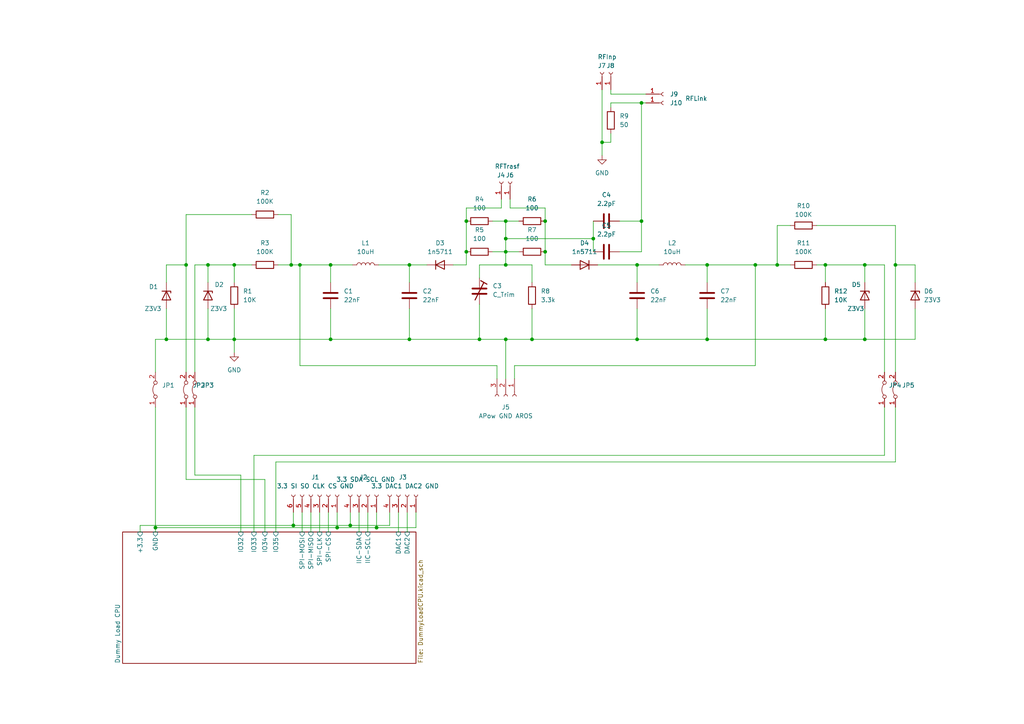
<source format=kicad_sch>
(kicad_sch (version 20211123) (generator eeschema)

  (uuid e63e39d7-6ac0-4ffd-8aa3-1841a4541b55)

  (paper "A4")

  (lib_symbols
    (symbol "Connector:Conn_01x01_Female" (pin_names (offset 1.016) hide) (in_bom yes) (on_board yes)
      (property "Reference" "J" (id 0) (at 0 2.54 0)
        (effects (font (size 1.27 1.27)))
      )
      (property "Value" "Conn_01x01_Female" (id 1) (at 0 -2.54 0)
        (effects (font (size 1.27 1.27)))
      )
      (property "Footprint" "" (id 2) (at 0 0 0)
        (effects (font (size 1.27 1.27)) hide)
      )
      (property "Datasheet" "~" (id 3) (at 0 0 0)
        (effects (font (size 1.27 1.27)) hide)
      )
      (property "ki_keywords" "connector" (id 4) (at 0 0 0)
        (effects (font (size 1.27 1.27)) hide)
      )
      (property "ki_description" "Generic connector, single row, 01x01, script generated (kicad-library-utils/schlib/autogen/connector/)" (id 5) (at 0 0 0)
        (effects (font (size 1.27 1.27)) hide)
      )
      (property "ki_fp_filters" "Connector*:*" (id 6) (at 0 0 0)
        (effects (font (size 1.27 1.27)) hide)
      )
      (symbol "Conn_01x01_Female_1_1"
        (polyline
          (pts
            (xy -1.27 0)
            (xy -0.508 0)
          )
          (stroke (width 0.1524) (type default) (color 0 0 0 0))
          (fill (type none))
        )
        (arc (start 0 0.508) (mid -0.508 0) (end 0 -0.508)
          (stroke (width 0.1524) (type default) (color 0 0 0 0))
          (fill (type none))
        )
        (pin passive line (at -5.08 0 0) (length 3.81)
          (name "Pin_1" (effects (font (size 1.27 1.27))))
          (number "1" (effects (font (size 1.27 1.27))))
        )
      )
    )
    (symbol "Connector:Conn_01x03_Female" (pin_names (offset 1.016) hide) (in_bom yes) (on_board yes)
      (property "Reference" "J" (id 0) (at 0 5.08 0)
        (effects (font (size 1.27 1.27)))
      )
      (property "Value" "Conn_01x03_Female" (id 1) (at 0 -5.08 0)
        (effects (font (size 1.27 1.27)))
      )
      (property "Footprint" "" (id 2) (at 0 0 0)
        (effects (font (size 1.27 1.27)) hide)
      )
      (property "Datasheet" "~" (id 3) (at 0 0 0)
        (effects (font (size 1.27 1.27)) hide)
      )
      (property "ki_keywords" "connector" (id 4) (at 0 0 0)
        (effects (font (size 1.27 1.27)) hide)
      )
      (property "ki_description" "Generic connector, single row, 01x03, script generated (kicad-library-utils/schlib/autogen/connector/)" (id 5) (at 0 0 0)
        (effects (font (size 1.27 1.27)) hide)
      )
      (property "ki_fp_filters" "Connector*:*_1x??_*" (id 6) (at 0 0 0)
        (effects (font (size 1.27 1.27)) hide)
      )
      (symbol "Conn_01x03_Female_1_1"
        (arc (start 0 -2.032) (mid -0.508 -2.54) (end 0 -3.048)
          (stroke (width 0.1524) (type default) (color 0 0 0 0))
          (fill (type none))
        )
        (polyline
          (pts
            (xy -1.27 -2.54)
            (xy -0.508 -2.54)
          )
          (stroke (width 0.1524) (type default) (color 0 0 0 0))
          (fill (type none))
        )
        (polyline
          (pts
            (xy -1.27 0)
            (xy -0.508 0)
          )
          (stroke (width 0.1524) (type default) (color 0 0 0 0))
          (fill (type none))
        )
        (polyline
          (pts
            (xy -1.27 2.54)
            (xy -0.508 2.54)
          )
          (stroke (width 0.1524) (type default) (color 0 0 0 0))
          (fill (type none))
        )
        (arc (start 0 0.508) (mid -0.508 0) (end 0 -0.508)
          (stroke (width 0.1524) (type default) (color 0 0 0 0))
          (fill (type none))
        )
        (arc (start 0 3.048) (mid -0.508 2.54) (end 0 2.032)
          (stroke (width 0.1524) (type default) (color 0 0 0 0))
          (fill (type none))
        )
        (pin passive line (at -5.08 2.54 0) (length 3.81)
          (name "Pin_1" (effects (font (size 1.27 1.27))))
          (number "1" (effects (font (size 1.27 1.27))))
        )
        (pin passive line (at -5.08 0 0) (length 3.81)
          (name "Pin_2" (effects (font (size 1.27 1.27))))
          (number "2" (effects (font (size 1.27 1.27))))
        )
        (pin passive line (at -5.08 -2.54 0) (length 3.81)
          (name "Pin_3" (effects (font (size 1.27 1.27))))
          (number "3" (effects (font (size 1.27 1.27))))
        )
      )
    )
    (symbol "Connector:Conn_01x04_Female" (pin_names (offset 1.016) hide) (in_bom yes) (on_board yes)
      (property "Reference" "J" (id 0) (at 0 5.08 0)
        (effects (font (size 1.27 1.27)))
      )
      (property "Value" "Conn_01x04_Female" (id 1) (at 0 -7.62 0)
        (effects (font (size 1.27 1.27)))
      )
      (property "Footprint" "" (id 2) (at 0 0 0)
        (effects (font (size 1.27 1.27)) hide)
      )
      (property "Datasheet" "~" (id 3) (at 0 0 0)
        (effects (font (size 1.27 1.27)) hide)
      )
      (property "ki_keywords" "connector" (id 4) (at 0 0 0)
        (effects (font (size 1.27 1.27)) hide)
      )
      (property "ki_description" "Generic connector, single row, 01x04, script generated (kicad-library-utils/schlib/autogen/connector/)" (id 5) (at 0 0 0)
        (effects (font (size 1.27 1.27)) hide)
      )
      (property "ki_fp_filters" "Connector*:*_1x??_*" (id 6) (at 0 0 0)
        (effects (font (size 1.27 1.27)) hide)
      )
      (symbol "Conn_01x04_Female_1_1"
        (arc (start 0 -4.572) (mid -0.508 -5.08) (end 0 -5.588)
          (stroke (width 0.1524) (type default) (color 0 0 0 0))
          (fill (type none))
        )
        (arc (start 0 -2.032) (mid -0.508 -2.54) (end 0 -3.048)
          (stroke (width 0.1524) (type default) (color 0 0 0 0))
          (fill (type none))
        )
        (polyline
          (pts
            (xy -1.27 -5.08)
            (xy -0.508 -5.08)
          )
          (stroke (width 0.1524) (type default) (color 0 0 0 0))
          (fill (type none))
        )
        (polyline
          (pts
            (xy -1.27 -2.54)
            (xy -0.508 -2.54)
          )
          (stroke (width 0.1524) (type default) (color 0 0 0 0))
          (fill (type none))
        )
        (polyline
          (pts
            (xy -1.27 0)
            (xy -0.508 0)
          )
          (stroke (width 0.1524) (type default) (color 0 0 0 0))
          (fill (type none))
        )
        (polyline
          (pts
            (xy -1.27 2.54)
            (xy -0.508 2.54)
          )
          (stroke (width 0.1524) (type default) (color 0 0 0 0))
          (fill (type none))
        )
        (arc (start 0 0.508) (mid -0.508 0) (end 0 -0.508)
          (stroke (width 0.1524) (type default) (color 0 0 0 0))
          (fill (type none))
        )
        (arc (start 0 3.048) (mid -0.508 2.54) (end 0 2.032)
          (stroke (width 0.1524) (type default) (color 0 0 0 0))
          (fill (type none))
        )
        (pin passive line (at -5.08 2.54 0) (length 3.81)
          (name "Pin_1" (effects (font (size 1.27 1.27))))
          (number "1" (effects (font (size 1.27 1.27))))
        )
        (pin passive line (at -5.08 0 0) (length 3.81)
          (name "Pin_2" (effects (font (size 1.27 1.27))))
          (number "2" (effects (font (size 1.27 1.27))))
        )
        (pin passive line (at -5.08 -2.54 0) (length 3.81)
          (name "Pin_3" (effects (font (size 1.27 1.27))))
          (number "3" (effects (font (size 1.27 1.27))))
        )
        (pin passive line (at -5.08 -5.08 0) (length 3.81)
          (name "Pin_4" (effects (font (size 1.27 1.27))))
          (number "4" (effects (font (size 1.27 1.27))))
        )
      )
    )
    (symbol "Connector:Conn_01x06_Female" (pin_names (offset 1.016) hide) (in_bom yes) (on_board yes)
      (property "Reference" "J" (id 0) (at 0 7.62 0)
        (effects (font (size 1.27 1.27)))
      )
      (property "Value" "Conn_01x06_Female" (id 1) (at 0 -10.16 0)
        (effects (font (size 1.27 1.27)))
      )
      (property "Footprint" "" (id 2) (at 0 0 0)
        (effects (font (size 1.27 1.27)) hide)
      )
      (property "Datasheet" "~" (id 3) (at 0 0 0)
        (effects (font (size 1.27 1.27)) hide)
      )
      (property "ki_keywords" "connector" (id 4) (at 0 0 0)
        (effects (font (size 1.27 1.27)) hide)
      )
      (property "ki_description" "Generic connector, single row, 01x06, script generated (kicad-library-utils/schlib/autogen/connector/)" (id 5) (at 0 0 0)
        (effects (font (size 1.27 1.27)) hide)
      )
      (property "ki_fp_filters" "Connector*:*_1x??_*" (id 6) (at 0 0 0)
        (effects (font (size 1.27 1.27)) hide)
      )
      (symbol "Conn_01x06_Female_1_1"
        (arc (start 0 -7.112) (mid -0.508 -7.62) (end 0 -8.128)
          (stroke (width 0.1524) (type default) (color 0 0 0 0))
          (fill (type none))
        )
        (arc (start 0 -4.572) (mid -0.508 -5.08) (end 0 -5.588)
          (stroke (width 0.1524) (type default) (color 0 0 0 0))
          (fill (type none))
        )
        (arc (start 0 -2.032) (mid -0.508 -2.54) (end 0 -3.048)
          (stroke (width 0.1524) (type default) (color 0 0 0 0))
          (fill (type none))
        )
        (polyline
          (pts
            (xy -1.27 -7.62)
            (xy -0.508 -7.62)
          )
          (stroke (width 0.1524) (type default) (color 0 0 0 0))
          (fill (type none))
        )
        (polyline
          (pts
            (xy -1.27 -5.08)
            (xy -0.508 -5.08)
          )
          (stroke (width 0.1524) (type default) (color 0 0 0 0))
          (fill (type none))
        )
        (polyline
          (pts
            (xy -1.27 -2.54)
            (xy -0.508 -2.54)
          )
          (stroke (width 0.1524) (type default) (color 0 0 0 0))
          (fill (type none))
        )
        (polyline
          (pts
            (xy -1.27 0)
            (xy -0.508 0)
          )
          (stroke (width 0.1524) (type default) (color 0 0 0 0))
          (fill (type none))
        )
        (polyline
          (pts
            (xy -1.27 2.54)
            (xy -0.508 2.54)
          )
          (stroke (width 0.1524) (type default) (color 0 0 0 0))
          (fill (type none))
        )
        (polyline
          (pts
            (xy -1.27 5.08)
            (xy -0.508 5.08)
          )
          (stroke (width 0.1524) (type default) (color 0 0 0 0))
          (fill (type none))
        )
        (arc (start 0 0.508) (mid -0.508 0) (end 0 -0.508)
          (stroke (width 0.1524) (type default) (color 0 0 0 0))
          (fill (type none))
        )
        (arc (start 0 3.048) (mid -0.508 2.54) (end 0 2.032)
          (stroke (width 0.1524) (type default) (color 0 0 0 0))
          (fill (type none))
        )
        (arc (start 0 5.588) (mid -0.508 5.08) (end 0 4.572)
          (stroke (width 0.1524) (type default) (color 0 0 0 0))
          (fill (type none))
        )
        (pin passive line (at -5.08 5.08 0) (length 3.81)
          (name "Pin_1" (effects (font (size 1.27 1.27))))
          (number "1" (effects (font (size 1.27 1.27))))
        )
        (pin passive line (at -5.08 2.54 0) (length 3.81)
          (name "Pin_2" (effects (font (size 1.27 1.27))))
          (number "2" (effects (font (size 1.27 1.27))))
        )
        (pin passive line (at -5.08 0 0) (length 3.81)
          (name "Pin_3" (effects (font (size 1.27 1.27))))
          (number "3" (effects (font (size 1.27 1.27))))
        )
        (pin passive line (at -5.08 -2.54 0) (length 3.81)
          (name "Pin_4" (effects (font (size 1.27 1.27))))
          (number "4" (effects (font (size 1.27 1.27))))
        )
        (pin passive line (at -5.08 -5.08 0) (length 3.81)
          (name "Pin_5" (effects (font (size 1.27 1.27))))
          (number "5" (effects (font (size 1.27 1.27))))
        )
        (pin passive line (at -5.08 -7.62 0) (length 3.81)
          (name "Pin_6" (effects (font (size 1.27 1.27))))
          (number "6" (effects (font (size 1.27 1.27))))
        )
      )
    )
    (symbol "Device:C" (pin_numbers hide) (pin_names (offset 0.254)) (in_bom yes) (on_board yes)
      (property "Reference" "C" (id 0) (at 0.635 2.54 0)
        (effects (font (size 1.27 1.27)) (justify left))
      )
      (property "Value" "C" (id 1) (at 0.635 -2.54 0)
        (effects (font (size 1.27 1.27)) (justify left))
      )
      (property "Footprint" "" (id 2) (at 0.9652 -3.81 0)
        (effects (font (size 1.27 1.27)) hide)
      )
      (property "Datasheet" "~" (id 3) (at 0 0 0)
        (effects (font (size 1.27 1.27)) hide)
      )
      (property "ki_keywords" "cap capacitor" (id 4) (at 0 0 0)
        (effects (font (size 1.27 1.27)) hide)
      )
      (property "ki_description" "Unpolarized capacitor" (id 5) (at 0 0 0)
        (effects (font (size 1.27 1.27)) hide)
      )
      (property "ki_fp_filters" "C_*" (id 6) (at 0 0 0)
        (effects (font (size 1.27 1.27)) hide)
      )
      (symbol "C_0_1"
        (polyline
          (pts
            (xy -2.032 -0.762)
            (xy 2.032 -0.762)
          )
          (stroke (width 0.508) (type default) (color 0 0 0 0))
          (fill (type none))
        )
        (polyline
          (pts
            (xy -2.032 0.762)
            (xy 2.032 0.762)
          )
          (stroke (width 0.508) (type default) (color 0 0 0 0))
          (fill (type none))
        )
      )
      (symbol "C_1_1"
        (pin passive line (at 0 3.81 270) (length 2.794)
          (name "~" (effects (font (size 1.27 1.27))))
          (number "1" (effects (font (size 1.27 1.27))))
        )
        (pin passive line (at 0 -3.81 90) (length 2.794)
          (name "~" (effects (font (size 1.27 1.27))))
          (number "2" (effects (font (size 1.27 1.27))))
        )
      )
    )
    (symbol "Device:C_Trim" (pin_numbers hide) (pin_names (offset 0.254) hide) (in_bom yes) (on_board yes)
      (property "Reference" "C" (id 0) (at 1.524 -2.032 0)
        (effects (font (size 1.27 1.27)))
      )
      (property "Value" "C_Trim" (id 1) (at 3.048 -3.556 0)
        (effects (font (size 1.27 1.27)))
      )
      (property "Footprint" "" (id 2) (at 0 0 0)
        (effects (font (size 1.27 1.27)) hide)
      )
      (property "Datasheet" "~" (id 3) (at 0 0 0)
        (effects (font (size 1.27 1.27)) hide)
      )
      (property "ki_keywords" "trimmer variable capacitor" (id 4) (at 0 0 0)
        (effects (font (size 1.27 1.27)) hide)
      )
      (property "ki_description" "Trimmable capacitor" (id 5) (at 0 0 0)
        (effects (font (size 1.27 1.27)) hide)
      )
      (symbol "C_Trim_0_1"
        (polyline
          (pts
            (xy -2.032 -0.762)
            (xy 2.032 -0.762)
          )
          (stroke (width 0.508) (type default) (color 0 0 0 0))
          (fill (type none))
        )
        (polyline
          (pts
            (xy -2.032 0.762)
            (xy 2.032 0.762)
          )
          (stroke (width 0.508) (type default) (color 0 0 0 0))
          (fill (type none))
        )
        (polyline
          (pts
            (xy 1.27 2.54)
            (xy -1.27 -2.54)
          )
          (stroke (width 0.3048) (type default) (color 0 0 0 0))
          (fill (type none))
        )
        (polyline
          (pts
            (xy 1.27 2.54)
            (xy 0.381 3.048)
          )
          (stroke (width 0.3048) (type default) (color 0 0 0 0))
          (fill (type none))
        )
        (polyline
          (pts
            (xy 1.27 2.54)
            (xy 2.159 2.032)
          )
          (stroke (width 0.3048) (type default) (color 0 0 0 0))
          (fill (type none))
        )
      )
      (symbol "C_Trim_1_1"
        (pin passive line (at 0 3.81 270) (length 3.048)
          (name "~" (effects (font (size 1.27 1.27))))
          (number "1" (effects (font (size 1.27 1.27))))
        )
        (pin passive line (at 0 -3.81 90) (length 3.048)
          (name "~" (effects (font (size 1.27 1.27))))
          (number "2" (effects (font (size 1.27 1.27))))
        )
      )
    )
    (symbol "Device:D" (pin_numbers hide) (pin_names (offset 1.016) hide) (in_bom yes) (on_board yes)
      (property "Reference" "D" (id 0) (at 0 2.54 0)
        (effects (font (size 1.27 1.27)))
      )
      (property "Value" "D" (id 1) (at 0 -2.54 0)
        (effects (font (size 1.27 1.27)))
      )
      (property "Footprint" "" (id 2) (at 0 0 0)
        (effects (font (size 1.27 1.27)) hide)
      )
      (property "Datasheet" "~" (id 3) (at 0 0 0)
        (effects (font (size 1.27 1.27)) hide)
      )
      (property "ki_keywords" "diode" (id 4) (at 0 0 0)
        (effects (font (size 1.27 1.27)) hide)
      )
      (property "ki_description" "Diode" (id 5) (at 0 0 0)
        (effects (font (size 1.27 1.27)) hide)
      )
      (property "ki_fp_filters" "TO-???* *_Diode_* *SingleDiode* D_*" (id 6) (at 0 0 0)
        (effects (font (size 1.27 1.27)) hide)
      )
      (symbol "D_0_1"
        (polyline
          (pts
            (xy -1.27 1.27)
            (xy -1.27 -1.27)
          )
          (stroke (width 0.254) (type default) (color 0 0 0 0))
          (fill (type none))
        )
        (polyline
          (pts
            (xy 1.27 0)
            (xy -1.27 0)
          )
          (stroke (width 0) (type default) (color 0 0 0 0))
          (fill (type none))
        )
        (polyline
          (pts
            (xy 1.27 1.27)
            (xy 1.27 -1.27)
            (xy -1.27 0)
            (xy 1.27 1.27)
          )
          (stroke (width 0.254) (type default) (color 0 0 0 0))
          (fill (type none))
        )
      )
      (symbol "D_1_1"
        (pin passive line (at -3.81 0 0) (length 2.54)
          (name "K" (effects (font (size 1.27 1.27))))
          (number "1" (effects (font (size 1.27 1.27))))
        )
        (pin passive line (at 3.81 0 180) (length 2.54)
          (name "A" (effects (font (size 1.27 1.27))))
          (number "2" (effects (font (size 1.27 1.27))))
        )
      )
    )
    (symbol "Device:L" (pin_numbers hide) (pin_names (offset 1.016) hide) (in_bom yes) (on_board yes)
      (property "Reference" "L" (id 0) (at -1.27 0 90)
        (effects (font (size 1.27 1.27)))
      )
      (property "Value" "L" (id 1) (at 1.905 0 90)
        (effects (font (size 1.27 1.27)))
      )
      (property "Footprint" "" (id 2) (at 0 0 0)
        (effects (font (size 1.27 1.27)) hide)
      )
      (property "Datasheet" "~" (id 3) (at 0 0 0)
        (effects (font (size 1.27 1.27)) hide)
      )
      (property "ki_keywords" "inductor choke coil reactor magnetic" (id 4) (at 0 0 0)
        (effects (font (size 1.27 1.27)) hide)
      )
      (property "ki_description" "Inductor" (id 5) (at 0 0 0)
        (effects (font (size 1.27 1.27)) hide)
      )
      (property "ki_fp_filters" "Choke_* *Coil* Inductor_* L_*" (id 6) (at 0 0 0)
        (effects (font (size 1.27 1.27)) hide)
      )
      (symbol "L_0_1"
        (arc (start 0 -2.54) (mid 0.635 -1.905) (end 0 -1.27)
          (stroke (width 0) (type default) (color 0 0 0 0))
          (fill (type none))
        )
        (arc (start 0 -1.27) (mid 0.635 -0.635) (end 0 0)
          (stroke (width 0) (type default) (color 0 0 0 0))
          (fill (type none))
        )
        (arc (start 0 0) (mid 0.635 0.635) (end 0 1.27)
          (stroke (width 0) (type default) (color 0 0 0 0))
          (fill (type none))
        )
        (arc (start 0 1.27) (mid 0.635 1.905) (end 0 2.54)
          (stroke (width 0) (type default) (color 0 0 0 0))
          (fill (type none))
        )
      )
      (symbol "L_1_1"
        (pin passive line (at 0 3.81 270) (length 1.27)
          (name "1" (effects (font (size 1.27 1.27))))
          (number "1" (effects (font (size 1.27 1.27))))
        )
        (pin passive line (at 0 -3.81 90) (length 1.27)
          (name "2" (effects (font (size 1.27 1.27))))
          (number "2" (effects (font (size 1.27 1.27))))
        )
      )
    )
    (symbol "Device:R" (pin_numbers hide) (pin_names (offset 0)) (in_bom yes) (on_board yes)
      (property "Reference" "R" (id 0) (at 2.032 0 90)
        (effects (font (size 1.27 1.27)))
      )
      (property "Value" "R" (id 1) (at 0 0 90)
        (effects (font (size 1.27 1.27)))
      )
      (property "Footprint" "" (id 2) (at -1.778 0 90)
        (effects (font (size 1.27 1.27)) hide)
      )
      (property "Datasheet" "~" (id 3) (at 0 0 0)
        (effects (font (size 1.27 1.27)) hide)
      )
      (property "ki_keywords" "R res resistor" (id 4) (at 0 0 0)
        (effects (font (size 1.27 1.27)) hide)
      )
      (property "ki_description" "Resistor" (id 5) (at 0 0 0)
        (effects (font (size 1.27 1.27)) hide)
      )
      (property "ki_fp_filters" "R_*" (id 6) (at 0 0 0)
        (effects (font (size 1.27 1.27)) hide)
      )
      (symbol "R_0_1"
        (rectangle (start -1.016 -2.54) (end 1.016 2.54)
          (stroke (width 0.254) (type default) (color 0 0 0 0))
          (fill (type none))
        )
      )
      (symbol "R_1_1"
        (pin passive line (at 0 3.81 270) (length 1.27)
          (name "~" (effects (font (size 1.27 1.27))))
          (number "1" (effects (font (size 1.27 1.27))))
        )
        (pin passive line (at 0 -3.81 90) (length 1.27)
          (name "~" (effects (font (size 1.27 1.27))))
          (number "2" (effects (font (size 1.27 1.27))))
        )
      )
    )
    (symbol "Diode:BZV55B3V3" (pin_numbers hide) (pin_names (offset 1.016) hide) (in_bom yes) (on_board yes)
      (property "Reference" "D" (id 0) (at 0 2.54 0)
        (effects (font (size 1.27 1.27)))
      )
      (property "Value" "BZV55B3V3" (id 1) (at 0 -2.54 0)
        (effects (font (size 1.27 1.27)))
      )
      (property "Footprint" "Diode_SMD:D_MiniMELF" (id 2) (at 0 -4.445 0)
        (effects (font (size 1.27 1.27)) hide)
      )
      (property "Datasheet" "https://assets.nexperia.com/documents/data-sheet/BZV55_SER.pdf" (id 3) (at 0 0 0)
        (effects (font (size 1.27 1.27)) hide)
      )
      (property "ki_keywords" "zener diode" (id 4) (at 0 0 0)
        (effects (font (size 1.27 1.27)) hide)
      )
      (property "ki_description" "3.3V, 500mW, 2%, Zener diode, MiniMELF" (id 5) (at 0 0 0)
        (effects (font (size 1.27 1.27)) hide)
      )
      (property "ki_fp_filters" "D*MiniMELF*" (id 6) (at 0 0 0)
        (effects (font (size 1.27 1.27)) hide)
      )
      (symbol "BZV55B3V3_0_1"
        (polyline
          (pts
            (xy 1.27 0)
            (xy -1.27 0)
          )
          (stroke (width 0) (type default) (color 0 0 0 0))
          (fill (type none))
        )
        (polyline
          (pts
            (xy -1.27 -1.27)
            (xy -1.27 1.27)
            (xy -0.762 1.27)
          )
          (stroke (width 0.254) (type default) (color 0 0 0 0))
          (fill (type none))
        )
        (polyline
          (pts
            (xy 1.27 -1.27)
            (xy 1.27 1.27)
            (xy -1.27 0)
            (xy 1.27 -1.27)
          )
          (stroke (width 0.254) (type default) (color 0 0 0 0))
          (fill (type none))
        )
      )
      (symbol "BZV55B3V3_1_1"
        (pin passive line (at -3.81 0 0) (length 2.54)
          (name "K" (effects (font (size 1.27 1.27))))
          (number "1" (effects (font (size 1.27 1.27))))
        )
        (pin passive line (at 3.81 0 180) (length 2.54)
          (name "A" (effects (font (size 1.27 1.27))))
          (number "2" (effects (font (size 1.27 1.27))))
        )
      )
    )
    (symbol "Jumper:Jumper_2_Bridged" (pin_names (offset 0) hide) (in_bom yes) (on_board yes)
      (property "Reference" "JP" (id 0) (at 0 1.905 0)
        (effects (font (size 1.27 1.27)))
      )
      (property "Value" "Jumper_2_Bridged" (id 1) (at 0 -2.54 0)
        (effects (font (size 1.27 1.27)))
      )
      (property "Footprint" "" (id 2) (at 0 0 0)
        (effects (font (size 1.27 1.27)) hide)
      )
      (property "Datasheet" "~" (id 3) (at 0 0 0)
        (effects (font (size 1.27 1.27)) hide)
      )
      (property "ki_keywords" "Jumper SPST" (id 4) (at 0 0 0)
        (effects (font (size 1.27 1.27)) hide)
      )
      (property "ki_description" "Jumper, 2-pole, closed/bridged" (id 5) (at 0 0 0)
        (effects (font (size 1.27 1.27)) hide)
      )
      (property "ki_fp_filters" "Jumper* TestPoint*2Pads* TestPoint*Bridge*" (id 6) (at 0 0 0)
        (effects (font (size 1.27 1.27)) hide)
      )
      (symbol "Jumper_2_Bridged_0_0"
        (circle (center -2.032 0) (radius 0.508)
          (stroke (width 0) (type default) (color 0 0 0 0))
          (fill (type none))
        )
        (circle (center 2.032 0) (radius 0.508)
          (stroke (width 0) (type default) (color 0 0 0 0))
          (fill (type none))
        )
      )
      (symbol "Jumper_2_Bridged_0_1"
        (arc (start 1.524 0.254) (mid 0 0.762) (end -1.524 0.254)
          (stroke (width 0) (type default) (color 0 0 0 0))
          (fill (type none))
        )
      )
      (symbol "Jumper_2_Bridged_1_1"
        (pin passive line (at -5.08 0 0) (length 2.54)
          (name "A" (effects (font (size 1.27 1.27))))
          (number "1" (effects (font (size 1.27 1.27))))
        )
        (pin passive line (at 5.08 0 180) (length 2.54)
          (name "B" (effects (font (size 1.27 1.27))))
          (number "2" (effects (font (size 1.27 1.27))))
        )
      )
    )
    (symbol "power:GND" (power) (pin_names (offset 0)) (in_bom yes) (on_board yes)
      (property "Reference" "#PWR" (id 0) (at 0 -6.35 0)
        (effects (font (size 1.27 1.27)) hide)
      )
      (property "Value" "GND" (id 1) (at 0 -3.81 0)
        (effects (font (size 1.27 1.27)))
      )
      (property "Footprint" "" (id 2) (at 0 0 0)
        (effects (font (size 1.27 1.27)) hide)
      )
      (property "Datasheet" "" (id 3) (at 0 0 0)
        (effects (font (size 1.27 1.27)) hide)
      )
      (property "ki_keywords" "power-flag" (id 4) (at 0 0 0)
        (effects (font (size 1.27 1.27)) hide)
      )
      (property "ki_description" "Power symbol creates a global label with name \"GND\" , ground" (id 5) (at 0 0 0)
        (effects (font (size 1.27 1.27)) hide)
      )
      (symbol "GND_0_1"
        (polyline
          (pts
            (xy 0 0)
            (xy 0 -1.27)
            (xy 1.27 -1.27)
            (xy 0 -2.54)
            (xy -1.27 -1.27)
            (xy 0 -1.27)
          )
          (stroke (width 0) (type default) (color 0 0 0 0))
          (fill (type none))
        )
      )
      (symbol "GND_1_1"
        (pin power_in line (at 0 0 270) (length 0) hide
          (name "GND" (effects (font (size 1.27 1.27))))
          (number "1" (effects (font (size 1.27 1.27))))
        )
      )
    )
  )

  (junction (at 184.785 76.835) (diameter 0) (color 0 0 0 0)
    (uuid 04514622-c64f-469d-a431-4f17de13a770)
  )
  (junction (at 146.685 76.835) (diameter 0) (color 0 0 0 0)
    (uuid 04faa6f8-09d5-4a29-a760-46b6402b50f3)
  )
  (junction (at 53.975 76.835) (diameter 0) (color 0 0 0 0)
    (uuid 07c0e51c-bc6d-4ec3-9c64-de3992317ac5)
  )
  (junction (at 84.455 76.835) (diameter 0) (color 0 0 0 0)
    (uuid 0a73f6a9-1dae-4b17-b28f-7292460094fa)
  )
  (junction (at 174.625 41.275) (diameter 0) (color 0 0 0 0)
    (uuid 1bfd9d31-26e4-4777-b388-80263806d7b3)
  )
  (junction (at 95.885 76.835) (diameter 0) (color 0 0 0 0)
    (uuid 2351edc5-99d8-48c2-beb8-5ff40af26f5b)
  )
  (junction (at 60.325 98.425) (diameter 0) (color 0 0 0 0)
    (uuid 23a85a7a-de59-49ee-9a5d-61bc98ce4540)
  )
  (junction (at 146.685 98.425) (diameter 0) (color 0 0 0 0)
    (uuid 254e7220-c8bb-46fc-a66b-f1c33dee163f)
  )
  (junction (at 158.115 73.025) (diameter 0) (color 0 0 0 0)
    (uuid 2e28c491-81a5-4ab7-b965-ecc1711bc95e)
  )
  (junction (at 118.745 98.425) (diameter 0) (color 0 0 0 0)
    (uuid 2f5793a4-784d-4354-a923-086ce6f236aa)
  )
  (junction (at 239.395 76.835) (diameter 0) (color 0 0 0 0)
    (uuid 38f27921-a613-4b0d-92f1-73bd148bac60)
  )
  (junction (at 205.105 76.835) (diameter 0) (color 0 0 0 0)
    (uuid 3e578775-358c-42cd-a13a-16c074fd53b9)
  )
  (junction (at 158.115 64.135) (diameter 0) (color 0 0 0 0)
    (uuid 44acc164-799d-4ef3-a742-e464ab5651ba)
  )
  (junction (at 67.945 76.835) (diameter 0) (color 0 0 0 0)
    (uuid 46b26aa9-9512-4d97-9f70-ad6827638ea7)
  )
  (junction (at 146.685 73.025) (diameter 0) (color 0 0 0 0)
    (uuid 4ca306ad-2ffb-405a-a6ba-c42be3530fcb)
  )
  (junction (at 172.085 69.215) (diameter 0) (color 0 0 0 0)
    (uuid 5b7ac3d0-d976-4048-8018-ef9da1715560)
  )
  (junction (at 135.255 73.025) (diameter 0) (color 0 0 0 0)
    (uuid 6377d728-1038-40d4-8681-ce7fe79c5248)
  )
  (junction (at 109.22 153.035) (diameter 0) (color 0 0 0 0)
    (uuid 71dbdf3e-2d20-4017-b48c-8cecd6011306)
  )
  (junction (at 186.055 29.845) (diameter 0) (color 0 0 0 0)
    (uuid 723177bb-7f56-4c68-a081-31f587da119d)
  )
  (junction (at 135.255 64.135) (diameter 0) (color 0 0 0 0)
    (uuid 7b67616c-3f1e-4cef-b353-c94c0e3bb0a5)
  )
  (junction (at 67.945 98.425) (diameter 0) (color 0 0 0 0)
    (uuid 80881318-82e5-40d7-b92d-c41a41b7e7f9)
  )
  (junction (at 205.105 98.425) (diameter 0) (color 0 0 0 0)
    (uuid 83bbdb87-3dc1-40f5-bf5e-3bb0f8dfc548)
  )
  (junction (at 97.79 153.035) (diameter 0) (color 0 0 0 0)
    (uuid 84274e7d-bb6d-4080-aac1-80fdfd8e41c3)
  )
  (junction (at 259.715 76.835) (diameter 0) (color 0 0 0 0)
    (uuid 863f4f06-cd2c-4ac0-a5f4-bb02ebc1d63f)
  )
  (junction (at 154.305 98.425) (diameter 0) (color 0 0 0 0)
    (uuid 8bf413b6-9d55-401c-be8b-c84fc1805ca1)
  )
  (junction (at 219.075 76.835) (diameter 0) (color 0 0 0 0)
    (uuid 8ccddae8-ce7d-463e-b220-c77ddaa0c987)
  )
  (junction (at 250.825 98.425) (diameter 0) (color 0 0 0 0)
    (uuid 8e1894d3-411b-4044-8971-0ba8d8148d7e)
  )
  (junction (at 184.785 98.425) (diameter 0) (color 0 0 0 0)
    (uuid 93c69146-814b-449c-bc87-3914f2db8fea)
  )
  (junction (at 118.745 76.835) (diameter 0) (color 0 0 0 0)
    (uuid 993d7cdd-55ce-4b31-bbe5-a80221307d3b)
  )
  (junction (at 186.055 64.135) (diameter 0) (color 0 0 0 0)
    (uuid 9ba95878-eec1-4a62-8329-724b5b0ac18f)
  )
  (junction (at 85.09 152.4) (diameter 0) (color 0 0 0 0)
    (uuid 9ebd241a-3841-4c79-a1e4-8aff791292bc)
  )
  (junction (at 86.995 76.835) (diameter 0) (color 0 0 0 0)
    (uuid add39d24-8dd2-4939-b1b3-3e14ce58359e)
  )
  (junction (at 239.395 98.425) (diameter 0) (color 0 0 0 0)
    (uuid b4a24207-4f42-47cf-a580-d115cf12cb67)
  )
  (junction (at 60.325 76.835) (diameter 0) (color 0 0 0 0)
    (uuid b8c49200-47e2-4caf-b64c-3042a9ccba46)
  )
  (junction (at 250.825 76.835) (diameter 0) (color 0 0 0 0)
    (uuid b91f333f-dca3-4beb-b5ce-27470499b3b6)
  )
  (junction (at 95.885 98.425) (diameter 0) (color 0 0 0 0)
    (uuid d997f923-5e5d-4b9c-b108-cc21ca4346dd)
  )
  (junction (at 48.26 98.425) (diameter 0) (color 0 0 0 0)
    (uuid e0efe17e-3482-49ff-8441-16b8b84f0c98)
  )
  (junction (at 101.6 152.4) (diameter 0) (color 0 0 0 0)
    (uuid e45efdc8-17ec-4d68-b0d3-c354d458283b)
  )
  (junction (at 139.065 98.425) (diameter 0) (color 0 0 0 0)
    (uuid e84ed250-26ef-4d02-a697-f71b3157e93f)
  )
  (junction (at 146.685 69.215) (diameter 0) (color 0 0 0 0)
    (uuid eb49e25a-ad89-4fad-a278-f8b913b5c291)
  )
  (junction (at 225.425 76.835) (diameter 0) (color 0 0 0 0)
    (uuid f00e0ade-7a8f-4ddf-9754-ec23a77ee26a)
  )
  (junction (at 45.085 153.035) (diameter 0) (color 0 0 0 0)
    (uuid f0e822e5-0d42-407c-8727-e658bdb3f2ff)
  )
  (junction (at 146.685 64.135) (diameter 0) (color 0 0 0 0)
    (uuid f8236d6a-cd24-401a-aa05-0ba22beff83f)
  )

  (wire (pts (xy 205.105 81.915) (xy 205.105 76.835))
    (stroke (width 0) (type default) (color 0 0 0 0))
    (uuid 005d1692-50c9-4445-80a8-34eec65c98b4)
  )
  (wire (pts (xy 172.085 64.135) (xy 172.085 69.215))
    (stroke (width 0) (type default) (color 0 0 0 0))
    (uuid 00b018ab-882c-4b2d-8e10-e589455112c6)
  )
  (wire (pts (xy 113.03 148.59) (xy 113.03 152.4))
    (stroke (width 0) (type default) (color 0 0 0 0))
    (uuid 045aa6d5-ec0f-4137-a3c2-839b8fa11d36)
  )
  (wire (pts (xy 186.055 29.845) (xy 186.055 64.135))
    (stroke (width 0) (type default) (color 0 0 0 0))
    (uuid 0620f69c-f2d2-4c45-ba45-6b85c5fdc6fb)
  )
  (wire (pts (xy 154.305 81.915) (xy 154.305 76.835))
    (stroke (width 0) (type default) (color 0 0 0 0))
    (uuid 094b81b7-7d25-439c-8480-b22a7509223a)
  )
  (wire (pts (xy 92.71 148.59) (xy 92.71 154.305))
    (stroke (width 0) (type default) (color 0 0 0 0))
    (uuid 0a273270-9bb2-4f5c-beb4-af47bc96ab21)
  )
  (wire (pts (xy 142.875 64.135) (xy 146.685 64.135))
    (stroke (width 0) (type default) (color 0 0 0 0))
    (uuid 0b5e9ff4-c2c8-47f0-ad44-2ae0136105e5)
  )
  (wire (pts (xy 53.975 76.835) (xy 53.975 107.95))
    (stroke (width 0) (type default) (color 0 0 0 0))
    (uuid 0c232ead-ff27-47b2-991f-723c1611e9d3)
  )
  (wire (pts (xy 145.415 57.785) (xy 145.415 60.325))
    (stroke (width 0) (type default) (color 0 0 0 0))
    (uuid 0c9773c4-9ef7-4a9c-88dd-c1d4b9c421a0)
  )
  (wire (pts (xy 53.975 118.11) (xy 53.975 139.065))
    (stroke (width 0) (type default) (color 0 0 0 0))
    (uuid 0e6a124c-8084-480f-9a99-d3906c03930c)
  )
  (wire (pts (xy 120.65 153.035) (xy 109.22 153.035))
    (stroke (width 0) (type default) (color 0 0 0 0))
    (uuid 0e74a971-f86b-4c82-ac87-d1e02101112f)
  )
  (wire (pts (xy 87.63 148.59) (xy 87.63 154.305))
    (stroke (width 0) (type default) (color 0 0 0 0))
    (uuid 0e992801-cdaa-424c-be27-b4716c2a4fc8)
  )
  (wire (pts (xy 85.09 152.4) (xy 40.64 152.4))
    (stroke (width 0) (type default) (color 0 0 0 0))
    (uuid 0f1b8f60-ff2d-4957-997d-5373ed652631)
  )
  (wire (pts (xy 80.645 76.835) (xy 84.455 76.835))
    (stroke (width 0) (type default) (color 0 0 0 0))
    (uuid 107fba3d-6d5f-4555-86eb-308c4df9b87f)
  )
  (wire (pts (xy 84.455 62.23) (xy 84.455 76.835))
    (stroke (width 0) (type default) (color 0 0 0 0))
    (uuid 108f0099-6bfe-4f64-8c37-0b25f516e75d)
  )
  (wire (pts (xy 80.01 133.985) (xy 259.715 133.985))
    (stroke (width 0) (type default) (color 0 0 0 0))
    (uuid 11a31844-f65d-4b0d-a3ff-51270cee2b58)
  )
  (wire (pts (xy 186.055 73.025) (xy 186.055 64.135))
    (stroke (width 0) (type default) (color 0 0 0 0))
    (uuid 1204de68-3e17-4e41-94d9-3b7a17977a3c)
  )
  (wire (pts (xy 158.115 76.835) (xy 165.735 76.835))
    (stroke (width 0) (type default) (color 0 0 0 0))
    (uuid 14a0580f-24c6-42bd-8508-13400cd5b689)
  )
  (wire (pts (xy 131.445 76.835) (xy 135.255 76.835))
    (stroke (width 0) (type default) (color 0 0 0 0))
    (uuid 165e1dfc-0b78-4663-a1e5-3052324c3ed0)
  )
  (wire (pts (xy 146.685 98.425) (xy 139.065 98.425))
    (stroke (width 0) (type default) (color 0 0 0 0))
    (uuid 174764fc-a960-474c-aab8-ca2fe9926057)
  )
  (wire (pts (xy 113.03 152.4) (xy 101.6 152.4))
    (stroke (width 0) (type default) (color 0 0 0 0))
    (uuid 1a4ffd72-c592-441c-b6b6-be7de234ea83)
  )
  (wire (pts (xy 69.85 137.795) (xy 56.515 137.795))
    (stroke (width 0) (type default) (color 0 0 0 0))
    (uuid 1b5d7dc9-5cfd-464e-b180-00317aa95f69)
  )
  (wire (pts (xy 60.325 81.915) (xy 60.325 76.835))
    (stroke (width 0) (type default) (color 0 0 0 0))
    (uuid 1c7197d9-1854-4b6e-bf52-c203226ad7cd)
  )
  (wire (pts (xy 118.745 76.835) (xy 118.745 81.915))
    (stroke (width 0) (type default) (color 0 0 0 0))
    (uuid 1ceef8a0-dd90-43fc-ab0b-17140480f7b3)
  )
  (wire (pts (xy 95.25 148.59) (xy 95.25 154.305))
    (stroke (width 0) (type default) (color 0 0 0 0))
    (uuid 1f7b0cab-3551-4ee7-84e4-7ddb8c3fcc29)
  )
  (wire (pts (xy 219.075 76.835) (xy 225.425 76.835))
    (stroke (width 0) (type default) (color 0 0 0 0))
    (uuid 20307bb2-bb0a-439b-89ee-216a65a45f5a)
  )
  (wire (pts (xy 179.705 64.135) (xy 186.055 64.135))
    (stroke (width 0) (type default) (color 0 0 0 0))
    (uuid 2161efe8-b695-4695-8cb4-9cd28d2fcff6)
  )
  (wire (pts (xy 86.995 76.835) (xy 95.885 76.835))
    (stroke (width 0) (type default) (color 0 0 0 0))
    (uuid 21d795a5-e19b-49bd-bea5-cb0f9461150a)
  )
  (wire (pts (xy 48.26 81.915) (xy 48.26 76.835))
    (stroke (width 0) (type default) (color 0 0 0 0))
    (uuid 22a4e732-bc38-41b0-ac7b-5a9df472ef4f)
  )
  (wire (pts (xy 149.225 109.855) (xy 149.225 106.045))
    (stroke (width 0) (type default) (color 0 0 0 0))
    (uuid 28042a7c-0922-4028-8e66-3390b63dc3dc)
  )
  (wire (pts (xy 179.705 73.025) (xy 186.055 73.025))
    (stroke (width 0) (type default) (color 0 0 0 0))
    (uuid 2b1c7604-6fe0-414a-a3e2-0ab175fe6035)
  )
  (wire (pts (xy 259.715 76.835) (xy 259.715 65.405))
    (stroke (width 0) (type default) (color 0 0 0 0))
    (uuid 2c2c50c4-009b-4001-a07e-e19cb6530318)
  )
  (wire (pts (xy 69.85 154.305) (xy 69.85 137.795))
    (stroke (width 0) (type default) (color 0 0 0 0))
    (uuid 2f670324-aec0-491f-a8b2-53fe0726a16c)
  )
  (wire (pts (xy 123.825 76.835) (xy 118.745 76.835))
    (stroke (width 0) (type default) (color 0 0 0 0))
    (uuid 31c85d61-572a-4af3-868a-fe5da5890678)
  )
  (wire (pts (xy 97.79 148.59) (xy 97.79 153.035))
    (stroke (width 0) (type default) (color 0 0 0 0))
    (uuid 36dc081b-39ee-46a1-80a0-3c0937868716)
  )
  (wire (pts (xy 60.325 76.835) (xy 67.945 76.835))
    (stroke (width 0) (type default) (color 0 0 0 0))
    (uuid 37f212f6-89d3-4e74-a37a-48edf5fecb39)
  )
  (wire (pts (xy 184.785 76.835) (xy 184.785 81.915))
    (stroke (width 0) (type default) (color 0 0 0 0))
    (uuid 386e9e4e-7305-47c0-9317-1e08c5f6e4bf)
  )
  (wire (pts (xy 205.105 89.535) (xy 205.105 98.425))
    (stroke (width 0) (type default) (color 0 0 0 0))
    (uuid 3c085010-f4a5-47e1-8934-1d91bd9a53c7)
  )
  (wire (pts (xy 184.785 76.835) (xy 191.135 76.835))
    (stroke (width 0) (type default) (color 0 0 0 0))
    (uuid 3e20cdce-b526-4e52-a612-46cb14eba6d6)
  )
  (wire (pts (xy 53.975 139.065) (xy 76.835 139.065))
    (stroke (width 0) (type default) (color 0 0 0 0))
    (uuid 3f840ba8-88b8-4fc1-9c5c-292bbf94852b)
  )
  (wire (pts (xy 60.325 89.535) (xy 60.325 98.425))
    (stroke (width 0) (type default) (color 0 0 0 0))
    (uuid 3fada296-287e-4c5d-a2d7-b65eae35a9a0)
  )
  (wire (pts (xy 149.225 106.045) (xy 219.075 106.045))
    (stroke (width 0) (type default) (color 0 0 0 0))
    (uuid 45ab6588-080b-44bd-a20f-3c136dd830f1)
  )
  (wire (pts (xy 205.105 98.425) (xy 239.395 98.425))
    (stroke (width 0) (type default) (color 0 0 0 0))
    (uuid 45c8c8d1-7203-4e66-89e3-2a26fd425d94)
  )
  (wire (pts (xy 45.085 154.305) (xy 45.085 153.035))
    (stroke (width 0) (type default) (color 0 0 0 0))
    (uuid 46bc6dde-c2a2-4ea5-97af-b2acb6d71f3c)
  )
  (wire (pts (xy 265.43 89.535) (xy 265.43 98.425))
    (stroke (width 0) (type default) (color 0 0 0 0))
    (uuid 4851fea8-13c7-4ea5-b421-d161794cd5e6)
  )
  (wire (pts (xy 146.685 98.425) (xy 146.685 109.855))
    (stroke (width 0) (type default) (color 0 0 0 0))
    (uuid 491cad57-fe8f-4786-8fc0-ea2136645ee9)
  )
  (wire (pts (xy 205.105 76.835) (xy 198.755 76.835))
    (stroke (width 0) (type default) (color 0 0 0 0))
    (uuid 4e71b559-c0db-4450-97bc-30bfe9107285)
  )
  (wire (pts (xy 250.825 89.535) (xy 250.825 98.425))
    (stroke (width 0) (type default) (color 0 0 0 0))
    (uuid 511c005f-6dcf-423e-8a06-0c6d8e7135b5)
  )
  (wire (pts (xy 48.26 98.425) (xy 60.325 98.425))
    (stroke (width 0) (type default) (color 0 0 0 0))
    (uuid 53ffe0a9-2097-4e7d-a769-6bcc949bc75a)
  )
  (wire (pts (xy 265.43 98.425) (xy 250.825 98.425))
    (stroke (width 0) (type default) (color 0 0 0 0))
    (uuid 5402df6e-1cb4-45b0-93f8-ca9772ea82fd)
  )
  (wire (pts (xy 158.115 64.135) (xy 158.115 73.025))
    (stroke (width 0) (type default) (color 0 0 0 0))
    (uuid 54da39d2-4688-4755-a16a-3c76bff3cb9b)
  )
  (wire (pts (xy 101.6 152.4) (xy 85.09 152.4))
    (stroke (width 0) (type default) (color 0 0 0 0))
    (uuid 57b437bb-68f4-49a8-8c38-ab93c713d4d8)
  )
  (wire (pts (xy 219.075 76.835) (xy 205.105 76.835))
    (stroke (width 0) (type default) (color 0 0 0 0))
    (uuid 585012c5-c30d-48c0-b574-1cd2a355bb65)
  )
  (wire (pts (xy 45.085 153.035) (xy 45.085 118.11))
    (stroke (width 0) (type default) (color 0 0 0 0))
    (uuid 58bc10e3-4f81-41dc-9d2c-2876aefe5cf5)
  )
  (wire (pts (xy 250.825 98.425) (xy 239.395 98.425))
    (stroke (width 0) (type default) (color 0 0 0 0))
    (uuid 593560bd-4d6c-4fcf-a43c-41d22707600e)
  )
  (wire (pts (xy 95.885 76.835) (xy 95.885 81.915))
    (stroke (width 0) (type default) (color 0 0 0 0))
    (uuid 5a410b3f-ee1d-451a-9a34-6362221fbdb8)
  )
  (wire (pts (xy 135.255 60.325) (xy 145.415 60.325))
    (stroke (width 0) (type default) (color 0 0 0 0))
    (uuid 5c99666c-7749-455f-b1a3-c7bcd644158c)
  )
  (wire (pts (xy 172.085 69.215) (xy 146.685 69.215))
    (stroke (width 0) (type default) (color 0 0 0 0))
    (uuid 5d437f81-308f-4c28-9b21-fb1502800c72)
  )
  (wire (pts (xy 135.255 73.025) (xy 135.255 76.835))
    (stroke (width 0) (type default) (color 0 0 0 0))
    (uuid 5f670558-2067-470e-996e-8e27b54311da)
  )
  (wire (pts (xy 177.165 27.305) (xy 187.325 27.305))
    (stroke (width 0) (type default) (color 0 0 0 0))
    (uuid 61932aac-94ac-4941-89cd-e660e8ab2f99)
  )
  (wire (pts (xy 118.745 89.535) (xy 118.745 98.425))
    (stroke (width 0) (type default) (color 0 0 0 0))
    (uuid 6218a67a-6826-49e0-8008-4b2d01825e57)
  )
  (wire (pts (xy 135.255 60.325) (xy 135.255 64.135))
    (stroke (width 0) (type default) (color 0 0 0 0))
    (uuid 63b68ece-0a85-4af3-bc33-a171573f16ef)
  )
  (wire (pts (xy 104.14 148.59) (xy 104.14 154.305))
    (stroke (width 0) (type default) (color 0 0 0 0))
    (uuid 675ca0d6-f0f5-4337-b36c-a2c39b8c790e)
  )
  (wire (pts (xy 146.685 73.025) (xy 146.685 76.835))
    (stroke (width 0) (type default) (color 0 0 0 0))
    (uuid 6af52136-c934-4b7a-a59f-5db63efd29eb)
  )
  (wire (pts (xy 177.165 38.735) (xy 177.165 41.275))
    (stroke (width 0) (type default) (color 0 0 0 0))
    (uuid 6c0844c3-9152-451d-86d1-2d50c91111e2)
  )
  (wire (pts (xy 174.625 41.275) (xy 174.625 45.085))
    (stroke (width 0) (type default) (color 0 0 0 0))
    (uuid 6f1c08a0-2979-484c-b460-3b007b936935)
  )
  (wire (pts (xy 172.085 73.025) (xy 172.085 69.215))
    (stroke (width 0) (type default) (color 0 0 0 0))
    (uuid 71868ca1-17da-4e71-a50a-e6fa00d89597)
  )
  (wire (pts (xy 109.22 153.035) (xy 97.79 153.035))
    (stroke (width 0) (type default) (color 0 0 0 0))
    (uuid 7244a769-5e3a-4d57-b1f4-47af8df7cae9)
  )
  (wire (pts (xy 229.235 65.405) (xy 225.425 65.405))
    (stroke (width 0) (type default) (color 0 0 0 0))
    (uuid 73f76336-470d-415b-b278-085dc09d9d5a)
  )
  (wire (pts (xy 186.055 29.845) (xy 177.165 29.845))
    (stroke (width 0) (type default) (color 0 0 0 0))
    (uuid 78162a53-214f-49b5-9e74-e75520022543)
  )
  (wire (pts (xy 80.645 62.23) (xy 84.455 62.23))
    (stroke (width 0) (type default) (color 0 0 0 0))
    (uuid 791e5712-08f1-44dd-a510-873fb62747ff)
  )
  (wire (pts (xy 67.945 98.425) (xy 67.945 102.235))
    (stroke (width 0) (type default) (color 0 0 0 0))
    (uuid 79ae9d13-86bc-4655-804a-7235e78230d3)
  )
  (wire (pts (xy 219.075 106.045) (xy 219.075 76.835))
    (stroke (width 0) (type default) (color 0 0 0 0))
    (uuid 7bbdc5bd-fbcf-49ad-8c1d-18b9c16b619b)
  )
  (wire (pts (xy 109.22 148.59) (xy 109.22 153.035))
    (stroke (width 0) (type default) (color 0 0 0 0))
    (uuid 7f611165-6a21-48b1-b8ed-eccacbdd06bd)
  )
  (wire (pts (xy 45.085 98.425) (xy 48.26 98.425))
    (stroke (width 0) (type default) (color 0 0 0 0))
    (uuid 80f8f048-d427-4594-9811-336ce1df2e1d)
  )
  (wire (pts (xy 250.825 76.835) (xy 256.54 76.835))
    (stroke (width 0) (type default) (color 0 0 0 0))
    (uuid 8392c9f2-8948-49c2-bde9-0dd3df8b032c)
  )
  (wire (pts (xy 184.785 98.425) (xy 154.305 98.425))
    (stroke (width 0) (type default) (color 0 0 0 0))
    (uuid 8456b5a4-b514-49f0-90fd-52d02fa3c08e)
  )
  (wire (pts (xy 115.57 148.59) (xy 115.57 154.305))
    (stroke (width 0) (type default) (color 0 0 0 0))
    (uuid 85bfbbcd-1bb7-4a56-bcbf-34240279a15b)
  )
  (wire (pts (xy 144.145 106.045) (xy 86.995 106.045))
    (stroke (width 0) (type default) (color 0 0 0 0))
    (uuid 86dfd5a1-83d6-4977-9556-e33d15d5258d)
  )
  (wire (pts (xy 86.995 106.045) (xy 86.995 76.835))
    (stroke (width 0) (type default) (color 0 0 0 0))
    (uuid 87a0612d-31e0-4b98-b584-ed4c8285b4ed)
  )
  (wire (pts (xy 56.515 107.95) (xy 56.515 76.835))
    (stroke (width 0) (type default) (color 0 0 0 0))
    (uuid 8cd087e8-9f92-4fa7-8a6b-16893fc54405)
  )
  (wire (pts (xy 95.885 98.425) (xy 95.885 89.535))
    (stroke (width 0) (type default) (color 0 0 0 0))
    (uuid 8ce6e219-be04-4bd8-bbee-59b4e4f2bbc5)
  )
  (wire (pts (xy 139.065 98.425) (xy 118.745 98.425))
    (stroke (width 0) (type default) (color 0 0 0 0))
    (uuid 8d2c96e4-897b-41fb-a0ba-ada9d89d0776)
  )
  (wire (pts (xy 139.065 88.265) (xy 139.065 98.425))
    (stroke (width 0) (type default) (color 0 0 0 0))
    (uuid 916ec44c-162e-4efe-9356-b7f8b461290d)
  )
  (wire (pts (xy 67.945 98.425) (xy 95.885 98.425))
    (stroke (width 0) (type default) (color 0 0 0 0))
    (uuid 92330e81-776c-495f-bf3b-608728b1a195)
  )
  (wire (pts (xy 101.6 148.59) (xy 101.6 152.4))
    (stroke (width 0) (type default) (color 0 0 0 0))
    (uuid 943d8095-f018-46b0-8dac-3692afaae724)
  )
  (wire (pts (xy 95.885 98.425) (xy 118.745 98.425))
    (stroke (width 0) (type default) (color 0 0 0 0))
    (uuid 94411f6d-f423-47ca-8c80-4f3cf0a79a62)
  )
  (wire (pts (xy 184.785 89.535) (xy 184.785 98.425))
    (stroke (width 0) (type default) (color 0 0 0 0))
    (uuid 9479784f-d61f-42d0-b60d-2e0534b653a1)
  )
  (wire (pts (xy 187.325 29.845) (xy 186.055 29.845))
    (stroke (width 0) (type default) (color 0 0 0 0))
    (uuid 9481c2e1-d762-4edf-b534-cc3124672879)
  )
  (wire (pts (xy 154.305 76.835) (xy 146.685 76.835))
    (stroke (width 0) (type default) (color 0 0 0 0))
    (uuid 94fb5f86-0ca7-4c52-9711-1abeae0c7e16)
  )
  (wire (pts (xy 56.515 76.835) (xy 60.325 76.835))
    (stroke (width 0) (type default) (color 0 0 0 0))
    (uuid 96305798-f70e-497f-8e67-db5f376dd81d)
  )
  (wire (pts (xy 154.305 98.425) (xy 146.685 98.425))
    (stroke (width 0) (type default) (color 0 0 0 0))
    (uuid 97d54307-1292-40cc-bd36-193e41046d77)
  )
  (wire (pts (xy 239.395 89.535) (xy 239.395 98.425))
    (stroke (width 0) (type default) (color 0 0 0 0))
    (uuid 984c2918-0bc7-4adb-b9ce-177e7a388022)
  )
  (wire (pts (xy 45.085 107.95) (xy 45.085 98.425))
    (stroke (width 0) (type default) (color 0 0 0 0))
    (uuid 9c4b28cc-60c5-4760-8b6f-122a0afce397)
  )
  (wire (pts (xy 173.355 76.835) (xy 184.785 76.835))
    (stroke (width 0) (type default) (color 0 0 0 0))
    (uuid 9def8ea8-0316-48d3-827c-21a21398e6d0)
  )
  (wire (pts (xy 67.945 76.835) (xy 73.025 76.835))
    (stroke (width 0) (type default) (color 0 0 0 0))
    (uuid 9faa7422-544b-4cb6-901e-4d852ff2a809)
  )
  (wire (pts (xy 177.165 29.845) (xy 177.165 31.115))
    (stroke (width 0) (type default) (color 0 0 0 0))
    (uuid 9fda20d3-0ca6-47cc-af72-4d7aec56ea5a)
  )
  (wire (pts (xy 60.325 98.425) (xy 67.945 98.425))
    (stroke (width 0) (type default) (color 0 0 0 0))
    (uuid a1a06038-3354-4309-87b4-f7f43a2b0faf)
  )
  (wire (pts (xy 109.855 76.835) (xy 118.745 76.835))
    (stroke (width 0) (type default) (color 0 0 0 0))
    (uuid a27719df-2e3e-4aed-9fbb-da47c5d15aa1)
  )
  (wire (pts (xy 73.025 62.23) (xy 53.975 62.23))
    (stroke (width 0) (type default) (color 0 0 0 0))
    (uuid a7388031-ebf4-4eec-9270-cdc583a08a27)
  )
  (wire (pts (xy 95.885 76.835) (xy 102.235 76.835))
    (stroke (width 0) (type default) (color 0 0 0 0))
    (uuid a8c5d1ea-a47b-440a-a65e-f466835e37db)
  )
  (wire (pts (xy 67.945 81.915) (xy 67.945 76.835))
    (stroke (width 0) (type default) (color 0 0 0 0))
    (uuid a959efc0-640e-4f27-8cfd-c5bdda3cdff7)
  )
  (wire (pts (xy 147.955 60.325) (xy 158.115 60.325))
    (stroke (width 0) (type default) (color 0 0 0 0))
    (uuid a9efe1a5-bed5-4439-b32c-d3332c809f26)
  )
  (wire (pts (xy 225.425 65.405) (xy 225.425 76.835))
    (stroke (width 0) (type default) (color 0 0 0 0))
    (uuid aac8b5fd-6654-4702-a3bd-3f090630cb58)
  )
  (wire (pts (xy 85.09 148.59) (xy 85.09 152.4))
    (stroke (width 0) (type default) (color 0 0 0 0))
    (uuid aafb6695-02dc-4c0f-a20c-c6952b5c7c48)
  )
  (wire (pts (xy 177.165 41.275) (xy 174.625 41.275))
    (stroke (width 0) (type default) (color 0 0 0 0))
    (uuid ac599d68-7f1a-4bbc-bf3b-d8c779448c81)
  )
  (wire (pts (xy 106.68 148.59) (xy 106.68 154.305))
    (stroke (width 0) (type default) (color 0 0 0 0))
    (uuid ae044753-bfab-4866-acc6-2b77b73795dd)
  )
  (wire (pts (xy 259.715 133.985) (xy 259.715 118.11))
    (stroke (width 0) (type default) (color 0 0 0 0))
    (uuid ae4b4671-807f-4cb5-abea-57710a585e83)
  )
  (wire (pts (xy 146.685 69.215) (xy 146.685 64.135))
    (stroke (width 0) (type default) (color 0 0 0 0))
    (uuid ae625067-385b-4d2d-970a-cf3aa4adb2de)
  )
  (wire (pts (xy 265.43 81.915) (xy 265.43 76.835))
    (stroke (width 0) (type default) (color 0 0 0 0))
    (uuid b08ba4b2-e7b8-45b4-9304-1cb9233187d4)
  )
  (wire (pts (xy 146.685 73.025) (xy 150.495 73.025))
    (stroke (width 0) (type default) (color 0 0 0 0))
    (uuid b473c9d3-e037-49ec-8030-7a78a6f39ed2)
  )
  (wire (pts (xy 53.975 62.23) (xy 53.975 76.835))
    (stroke (width 0) (type default) (color 0 0 0 0))
    (uuid b4b8512f-e683-47a5-b706-397dcb17ce62)
  )
  (wire (pts (xy 139.065 76.835) (xy 146.685 76.835))
    (stroke (width 0) (type default) (color 0 0 0 0))
    (uuid b599a67c-09cc-4c41-8156-5cddb3f88557)
  )
  (wire (pts (xy 225.425 76.835) (xy 229.235 76.835))
    (stroke (width 0) (type default) (color 0 0 0 0))
    (uuid b77b4fe4-1cc8-45b7-898f-74aceeb6db4e)
  )
  (wire (pts (xy 144.145 109.855) (xy 144.145 106.045))
    (stroke (width 0) (type default) (color 0 0 0 0))
    (uuid b8236fc3-977f-45de-9246-e67ac8dbea3e)
  )
  (wire (pts (xy 118.11 148.59) (xy 118.11 154.305))
    (stroke (width 0) (type default) (color 0 0 0 0))
    (uuid b8cb860d-3fde-4f27-a106-59d0b16dd6fb)
  )
  (wire (pts (xy 259.715 65.405) (xy 236.855 65.405))
    (stroke (width 0) (type default) (color 0 0 0 0))
    (uuid ba404f3c-dc20-49ca-8da9-39f9d29f1140)
  )
  (wire (pts (xy 56.515 137.795) (xy 56.515 118.11))
    (stroke (width 0) (type default) (color 0 0 0 0))
    (uuid bb0370f1-34b3-4b8e-9761-843455def526)
  )
  (wire (pts (xy 256.54 132.08) (xy 73.66 132.08))
    (stroke (width 0) (type default) (color 0 0 0 0))
    (uuid bbd44bc9-7b63-4746-be3c-f65fa67f5b66)
  )
  (wire (pts (xy 158.115 73.025) (xy 158.115 76.835))
    (stroke (width 0) (type default) (color 0 0 0 0))
    (uuid bcebf495-b818-4816-942c-9ed831082907)
  )
  (wire (pts (xy 236.855 76.835) (xy 239.395 76.835))
    (stroke (width 0) (type default) (color 0 0 0 0))
    (uuid be4267e1-3941-4366-95de-118f58d98506)
  )
  (wire (pts (xy 256.54 76.835) (xy 256.54 107.95))
    (stroke (width 0) (type default) (color 0 0 0 0))
    (uuid bf5804c9-3879-4bf3-b3e9-f3c29cacfd26)
  )
  (wire (pts (xy 146.685 64.135) (xy 150.495 64.135))
    (stroke (width 0) (type default) (color 0 0 0 0))
    (uuid c29ce0ee-3a3d-4696-a2a2-6fc7a727c11b)
  )
  (wire (pts (xy 256.54 118.11) (xy 256.54 132.08))
    (stroke (width 0) (type default) (color 0 0 0 0))
    (uuid c36095f8-d01f-4c2a-8b5f-41739f93181f)
  )
  (wire (pts (xy 48.26 76.835) (xy 53.975 76.835))
    (stroke (width 0) (type default) (color 0 0 0 0))
    (uuid c4224ea6-b375-4a04-adf1-ade1e8e964b2)
  )
  (wire (pts (xy 80.01 154.305) (xy 80.01 133.985))
    (stroke (width 0) (type default) (color 0 0 0 0))
    (uuid c93a7c4d-7a58-48d7-94a8-6af1efc4ea86)
  )
  (wire (pts (xy 158.115 60.325) (xy 158.115 64.135))
    (stroke (width 0) (type default) (color 0 0 0 0))
    (uuid cae0343e-9397-48ef-abec-5a67b2cbee95)
  )
  (wire (pts (xy 84.455 76.835) (xy 86.995 76.835))
    (stroke (width 0) (type default) (color 0 0 0 0))
    (uuid d131194a-e0d6-4a53-9fb8-ebc8902e7bff)
  )
  (wire (pts (xy 154.305 89.535) (xy 154.305 98.425))
    (stroke (width 0) (type default) (color 0 0 0 0))
    (uuid d16d9c59-8ff9-47ce-8507-19ffdb929f8d)
  )
  (wire (pts (xy 139.065 80.645) (xy 139.065 76.835))
    (stroke (width 0) (type default) (color 0 0 0 0))
    (uuid d2a7b285-1032-46ff-a18a-afc781d06f96)
  )
  (wire (pts (xy 142.875 73.025) (xy 146.685 73.025))
    (stroke (width 0) (type default) (color 0 0 0 0))
    (uuid d4cf4bb3-9b88-4e68-92d2-89ecdd556b84)
  )
  (wire (pts (xy 90.17 148.59) (xy 90.17 154.305))
    (stroke (width 0) (type default) (color 0 0 0 0))
    (uuid d8699bf7-670e-4377-999d-283b728c81a7)
  )
  (wire (pts (xy 259.715 107.95) (xy 259.715 76.835))
    (stroke (width 0) (type default) (color 0 0 0 0))
    (uuid dc8a7144-09fb-4a85-84a1-5589bdc21481)
  )
  (wire (pts (xy 205.105 98.425) (xy 184.785 98.425))
    (stroke (width 0) (type default) (color 0 0 0 0))
    (uuid e16e12e4-4474-4a08-adaf-2e0eeb929873)
  )
  (wire (pts (xy 174.625 26.035) (xy 174.625 41.275))
    (stroke (width 0) (type default) (color 0 0 0 0))
    (uuid e4727d78-67e2-4933-ac0a-893a910ee3dc)
  )
  (wire (pts (xy 250.825 76.835) (xy 239.395 76.835))
    (stroke (width 0) (type default) (color 0 0 0 0))
    (uuid e6aac409-58bf-43b2-86dd-1f74ec69d2cb)
  )
  (wire (pts (xy 73.66 132.08) (xy 73.66 154.305))
    (stroke (width 0) (type default) (color 0 0 0 0))
    (uuid e88a7fbb-08c8-4026-9888-07d4186b0cb8)
  )
  (wire (pts (xy 76.835 139.065) (xy 76.835 154.305))
    (stroke (width 0) (type default) (color 0 0 0 0))
    (uuid ea459bec-7f2b-4fa8-9f35-ff575f3423c6)
  )
  (wire (pts (xy 48.26 89.535) (xy 48.26 98.425))
    (stroke (width 0) (type default) (color 0 0 0 0))
    (uuid f0c9941b-f1f7-471b-ae9f-0ffdf34f200d)
  )
  (wire (pts (xy 120.65 148.59) (xy 120.65 153.035))
    (stroke (width 0) (type default) (color 0 0 0 0))
    (uuid f1135e84-1037-45d4-aea1-dae2559012e9)
  )
  (wire (pts (xy 67.945 89.535) (xy 67.945 98.425))
    (stroke (width 0) (type default) (color 0 0 0 0))
    (uuid f2013381-d31a-47b8-b596-11d556d60aaf)
  )
  (wire (pts (xy 146.685 73.025) (xy 146.685 69.215))
    (stroke (width 0) (type default) (color 0 0 0 0))
    (uuid f35ed178-cd73-4dce-b724-5073a577c505)
  )
  (wire (pts (xy 45.085 153.035) (xy 97.79 153.035))
    (stroke (width 0) (type default) (color 0 0 0 0))
    (uuid f3b331cf-e309-47cb-bd29-69d18c68a673)
  )
  (wire (pts (xy 135.255 64.135) (xy 135.255 73.025))
    (stroke (width 0) (type default) (color 0 0 0 0))
    (uuid f3fa19d8-c64e-498d-aa92-dcdcba3cc983)
  )
  (wire (pts (xy 40.64 152.4) (xy 40.64 154.305))
    (stroke (width 0) (type default) (color 0 0 0 0))
    (uuid f52bb285-6aca-425c-b296-d57aad16c340)
  )
  (wire (pts (xy 177.165 26.035) (xy 177.165 27.305))
    (stroke (width 0) (type default) (color 0 0 0 0))
    (uuid f6ad37fa-08a7-43fb-8546-d7fe7761adee)
  )
  (wire (pts (xy 147.955 57.785) (xy 147.955 60.325))
    (stroke (width 0) (type default) (color 0 0 0 0))
    (uuid f84a0f9f-b031-4fe7-8478-dc5d7b9d04c7)
  )
  (wire (pts (xy 265.43 76.835) (xy 259.715 76.835))
    (stroke (width 0) (type default) (color 0 0 0 0))
    (uuid fd168c84-3907-48f1-804d-c4b7ffaa66a9)
  )
  (wire (pts (xy 250.825 81.915) (xy 250.825 76.835))
    (stroke (width 0) (type default) (color 0 0 0 0))
    (uuid fefbb8d7-0177-4042-8ee0-6a02c974522d)
  )
  (wire (pts (xy 239.395 76.835) (xy 239.395 81.915))
    (stroke (width 0) (type default) (color 0 0 0 0))
    (uuid ffbcb1c0-89b4-414a-9ff5-5d324c835ee4)
  )

  (symbol (lib_id "Device:R") (at 154.305 64.135 90) (unit 1)
    (in_bom yes) (on_board yes) (fields_autoplaced)
    (uuid 069da37a-b3e1-45bb-882f-da69feba4c27)
    (property "Reference" "R6" (id 0) (at 154.305 57.785 90))
    (property "Value" "100" (id 1) (at 154.305 60.325 90))
    (property "Footprint" "Resistor_SMD:R_2512_6332Metric" (id 2) (at 154.305 65.913 90)
      (effects (font (size 1.27 1.27)) hide)
    )
    (property "Datasheet" "~" (id 3) (at 154.305 64.135 0)
      (effects (font (size 1.27 1.27)) hide)
    )
    (pin "1" (uuid 5b860320-7e82-4c09-ae66-0068a56ab04b))
    (pin "2" (uuid 06e62f9e-f527-418a-af7b-b0997b613f99))
  )

  (symbol (lib_id "Connector:Conn_01x01_Female") (at 145.415 52.705 90) (unit 1)
    (in_bom yes) (on_board yes)
    (uuid 06b57733-f545-49fc-900f-f90ae9b9047c)
    (property "Reference" "J4" (id 0) (at 144.145 50.8 90)
      (effects (font (size 1.27 1.27)) (justify right))
    )
    (property "Value" " " (id 1) (at 146.685 54.6099 90)
      (effects (font (size 1.27 1.27)) (justify right))
    )
    (property "Footprint" "TestPoint:TestPoint_Loop_D1.80mm_Drill1.0mm_Beaded" (id 2) (at 145.415 52.705 0)
      (effects (font (size 1.27 1.27)) hide)
    )
    (property "Datasheet" "~" (id 3) (at 145.415 52.705 0)
      (effects (font (size 1.27 1.27)) hide)
    )
    (pin "1" (uuid 1e3e2138-6822-4c2d-8218-89e25ffe3f06))
  )

  (symbol (lib_id "Connector:Conn_01x06_Female") (at 92.71 143.51 270) (mirror x) (unit 1)
    (in_bom yes) (on_board yes) (fields_autoplaced)
    (uuid 0d44bd96-1d15-46b3-aa1b-99b6f1778714)
    (property "Reference" "J1" (id 0) (at 91.44 138.43 90))
    (property "Value" "3.3 SI SO CLK CS GND" (id 1) (at 91.44 140.97 90))
    (property "Footprint" "Connector_PinSocket_2.54mm:PinSocket_1x06_P2.54mm_Vertical" (id 2) (at 92.71 143.51 0)
      (effects (font (size 1.27 1.27)) hide)
    )
    (property "Datasheet" "~" (id 3) (at 92.71 143.51 0)
      (effects (font (size 1.27 1.27)) hide)
    )
    (pin "1" (uuid a9681a87-6908-4c63-9844-f9149e0a3ea8))
    (pin "2" (uuid 9b8eed0b-2c5e-4cec-83cd-3e53cf2c664a))
    (pin "3" (uuid 48ad09e9-d51b-4bde-9c81-1701ef75456f))
    (pin "4" (uuid a0b79eaa-9d01-4a0a-86b4-51b89a2eb81d))
    (pin "5" (uuid a9ca2f58-af04-4709-8411-33a452c93bf8))
    (pin "6" (uuid 7b3cc11d-64b5-4737-8e60-eaad94f28486))
  )

  (symbol (lib_id "Connector:Conn_01x04_Female") (at 106.68 143.51 270) (mirror x) (unit 1)
    (in_bom yes) (on_board yes)
    (uuid 0e40ba1b-95c7-4ca2-8525-bff8f7f94539)
    (property "Reference" "J2" (id 0) (at 105.41 138.43 90))
    (property "Value" "3.3 SDA SCL GND" (id 1) (at 106.045 139.065 90))
    (property "Footprint" "Connector_PinSocket_2.54mm:PinSocket_1x04_P2.54mm_Vertical" (id 2) (at 106.68 143.51 0)
      (effects (font (size 1.27 1.27)) hide)
    )
    (property "Datasheet" "~" (id 3) (at 106.68 143.51 0)
      (effects (font (size 1.27 1.27)) hide)
    )
    (pin "1" (uuid 67d4ff83-a28f-44e5-94a9-c2267dce03d5))
    (pin "2" (uuid 09c3a448-6d8f-4e59-86d9-63fd56965230))
    (pin "3" (uuid fa10f56d-10c0-4098-a212-1c3ae3d6d97f))
    (pin "4" (uuid 7d92f33e-c924-46f9-88e0-27a35be9da01))
  )

  (symbol (lib_id "Connector:Conn_01x01_Female") (at 192.405 29.845 0) (unit 1)
    (in_bom yes) (on_board yes)
    (uuid 17bffe97-bc29-4dff-95c8-7047dcee4c5d)
    (property "Reference" "J10" (id 0) (at 194.31 29.8449 0)
      (effects (font (size 1.27 1.27)) (justify left))
    )
    (property "Value" "RFLink" (id 1) (at 198.755 28.575 0)
      (effects (font (size 1.27 1.27)) (justify left))
    )
    (property "Footprint" "TestPoint:TestPoint_Loop_D1.80mm_Drill1.0mm_Beaded" (id 2) (at 192.405 29.845 0)
      (effects (font (size 1.27 1.27)) hide)
    )
    (property "Datasheet" "~" (id 3) (at 192.405 29.845 0)
      (effects (font (size 1.27 1.27)) hide)
    )
    (pin "1" (uuid 3288488f-52fa-4b11-80cf-bfa08d6d999e))
  )

  (symbol (lib_id "Device:R") (at 139.065 64.135 90) (unit 1)
    (in_bom yes) (on_board yes) (fields_autoplaced)
    (uuid 185002d4-4349-49e5-a273-f9f8d497ca79)
    (property "Reference" "R4" (id 0) (at 139.065 57.785 90))
    (property "Value" "100" (id 1) (at 139.065 60.325 90))
    (property "Footprint" "Resistor_SMD:R_2512_6332Metric" (id 2) (at 139.065 65.913 90)
      (effects (font (size 1.27 1.27)) hide)
    )
    (property "Datasheet" "~" (id 3) (at 139.065 64.135 0)
      (effects (font (size 1.27 1.27)) hide)
    )
    (pin "1" (uuid ff973e3c-abf4-47ff-88fa-70f490087101))
    (pin "2" (uuid 6697032f-fc3c-453b-9c1d-49bdea125250))
  )

  (symbol (lib_id "Device:R") (at 177.165 34.925 180) (unit 1)
    (in_bom yes) (on_board yes) (fields_autoplaced)
    (uuid 1a6d2848-e78e-49fe-8978-e1890f07836f)
    (property "Reference" "R9" (id 0) (at 179.705 33.6549 0)
      (effects (font (size 1.27 1.27)) (justify right))
    )
    (property "Value" "50" (id 1) (at 179.705 36.1949 0)
      (effects (font (size 1.27 1.27)) (justify right))
    )
    (property "Footprint" "RF:High Power RF Resistor 001" (id 2) (at 178.943 34.925 90)
      (effects (font (size 1.27 1.27)) hide)
    )
    (property "Datasheet" "~" (id 3) (at 177.165 34.925 0)
      (effects (font (size 1.27 1.27)) hide)
    )
    (pin "1" (uuid e8c50f1b-c316-4110-9cce-5c24c65a1eaa))
    (pin "2" (uuid d7269d2a-b8c0-422d-8f25-f79ea31bf75e))
  )

  (symbol (lib_id "Device:R") (at 139.065 73.025 90) (unit 1)
    (in_bom yes) (on_board yes) (fields_autoplaced)
    (uuid 1dcdb473-7f98-4824-b563-5b06102857b1)
    (property "Reference" "R5" (id 0) (at 139.065 66.675 90))
    (property "Value" "100" (id 1) (at 139.065 69.215 90))
    (property "Footprint" "Resistor_SMD:R_2512_6332Metric" (id 2) (at 139.065 74.803 90)
      (effects (font (size 1.27 1.27)) hide)
    )
    (property "Datasheet" "~" (id 3) (at 139.065 73.025 0)
      (effects (font (size 1.27 1.27)) hide)
    )
    (pin "1" (uuid 09d9e456-47bb-412d-9874-8dc8d76c4c82))
    (pin "2" (uuid f35bf569-4e2c-4d1f-9729-56be15c3c55c))
  )

  (symbol (lib_id "Device:R") (at 233.045 76.835 270) (unit 1)
    (in_bom yes) (on_board yes) (fields_autoplaced)
    (uuid 2bcc86c8-ee7d-4c26-aca5-3b5ce36fa788)
    (property "Reference" "R11" (id 0) (at 233.045 70.485 90))
    (property "Value" "100K" (id 1) (at 233.045 73.025 90))
    (property "Footprint" "Resistor_SMD:R_1206_3216Metric" (id 2) (at 233.045 75.057 90)
      (effects (font (size 1.27 1.27)) hide)
    )
    (property "Datasheet" "~" (id 3) (at 233.045 76.835 0)
      (effects (font (size 1.27 1.27)) hide)
    )
    (pin "1" (uuid e77c19b6-db3d-4b9e-a098-b8ca8297a370))
    (pin "2" (uuid 53f66f6a-6785-4407-a6fd-09013b88876d))
  )

  (symbol (lib_id "Device:C") (at 175.895 73.025 90) (unit 1)
    (in_bom yes) (on_board yes) (fields_autoplaced)
    (uuid 3b16e01e-f1b7-4560-b476-1275688efb16)
    (property "Reference" "C5" (id 0) (at 175.895 65.405 90))
    (property "Value" "2.2pF" (id 1) (at 175.895 67.945 90))
    (property "Footprint" "Resistor_SMD:R_1206_3216Metric" (id 2) (at 179.705 72.0598 0)
      (effects (font (size 1.27 1.27)) hide)
    )
    (property "Datasheet" "~" (id 3) (at 175.895 73.025 0)
      (effects (font (size 1.27 1.27)) hide)
    )
    (pin "1" (uuid 7fc11cf4-5bf3-4f93-881a-bdc0baa79b3a))
    (pin "2" (uuid c0dc6dfd-e21e-4f4e-8f96-990341689d66))
  )

  (symbol (lib_id "Device:C") (at 184.785 85.725 180) (unit 1)
    (in_bom yes) (on_board yes) (fields_autoplaced)
    (uuid 3d35f7cf-1ffd-4175-b55b-6dfa726cd879)
    (property "Reference" "C6" (id 0) (at 188.595 84.4549 0)
      (effects (font (size 1.27 1.27)) (justify right))
    )
    (property "Value" "22nF" (id 1) (at 188.595 86.9949 0)
      (effects (font (size 1.27 1.27)) (justify right))
    )
    (property "Footprint" "Resistor_SMD:R_1206_3216Metric" (id 2) (at 183.8198 81.915 0)
      (effects (font (size 1.27 1.27)) hide)
    )
    (property "Datasheet" "~" (id 3) (at 184.785 85.725 0)
      (effects (font (size 1.27 1.27)) hide)
    )
    (pin "1" (uuid c8ca9a66-eff3-4707-9a9d-461ceca36c3c))
    (pin "2" (uuid 634afa8c-24b2-44f1-acc7-35a30435833a))
  )

  (symbol (lib_id "Diode:BZV55B3V3") (at 60.325 85.725 270) (unit 1)
    (in_bom yes) (on_board yes)
    (uuid 3e0ddb44-d2e0-4bda-98d0-0e13a42c4989)
    (property "Reference" "D2" (id 0) (at 62.23 82.55 90)
      (effects (font (size 1.27 1.27)) (justify left))
    )
    (property "Value" "Z3V3" (id 1) (at 60.96 89.535 90)
      (effects (font (size 1.27 1.27)) (justify left))
    )
    (property "Footprint" "Diode_SMD:D_1210_3225Metric" (id 2) (at 55.88 85.725 0)
      (effects (font (size 1.27 1.27)) hide)
    )
    (property "Datasheet" "https://assets.nexperia.com/documents/data-sheet/BZV55_SER.pdf" (id 3) (at 60.325 85.725 0)
      (effects (font (size 1.27 1.27)) hide)
    )
    (pin "1" (uuid 928981d5-a391-4196-8a01-142037e675d6))
    (pin "2" (uuid 521023d4-5237-425b-b962-2d96f6824a3b))
  )

  (symbol (lib_id "Diode:BZV55B3V3") (at 265.43 85.725 270) (unit 1)
    (in_bom yes) (on_board yes) (fields_autoplaced)
    (uuid 40506e56-a777-40c0-bd4a-4587ff961018)
    (property "Reference" "D6" (id 0) (at 267.97 84.4549 90)
      (effects (font (size 1.27 1.27)) (justify left))
    )
    (property "Value" "Z3V3" (id 1) (at 267.97 86.9949 90)
      (effects (font (size 1.27 1.27)) (justify left))
    )
    (property "Footprint" "Diode_SMD:D_1210_3225Metric" (id 2) (at 260.985 85.725 0)
      (effects (font (size 1.27 1.27)) hide)
    )
    (property "Datasheet" "https://assets.nexperia.com/documents/data-sheet/BZV55_SER.pdf" (id 3) (at 265.43 85.725 0)
      (effects (font (size 1.27 1.27)) hide)
    )
    (pin "1" (uuid eb630a67-1388-4586-84ea-877feee7c007))
    (pin "2" (uuid c6da251c-c84d-45a9-92c0-543956474816))
  )

  (symbol (lib_id "Device:C") (at 175.895 64.135 90) (unit 1)
    (in_bom yes) (on_board yes) (fields_autoplaced)
    (uuid 450b88f6-3f2a-4430-a6a3-8881fb124769)
    (property "Reference" "C4" (id 0) (at 175.895 56.515 90))
    (property "Value" "2.2pF" (id 1) (at 175.895 59.055 90))
    (property "Footprint" "Resistor_SMD:R_1206_3216Metric" (id 2) (at 179.705 63.1698 0)
      (effects (font (size 1.27 1.27)) hide)
    )
    (property "Datasheet" "~" (id 3) (at 175.895 64.135 0)
      (effects (font (size 1.27 1.27)) hide)
    )
    (pin "1" (uuid 0b01930d-9221-4e9f-8d37-eaf10448229a))
    (pin "2" (uuid 7fe12c4e-a74b-4d5d-a6ba-377d2116213e))
  )

  (symbol (lib_id "Device:R") (at 76.835 62.23 90) (unit 1)
    (in_bom yes) (on_board yes) (fields_autoplaced)
    (uuid 4ab551cb-af90-4a28-ada4-ad097cd54376)
    (property "Reference" "R2" (id 0) (at 76.835 55.88 90))
    (property "Value" "100K" (id 1) (at 76.835 58.42 90))
    (property "Footprint" "Resistor_SMD:R_1206_3216Metric" (id 2) (at 76.835 64.008 90)
      (effects (font (size 1.27 1.27)) hide)
    )
    (property "Datasheet" "~" (id 3) (at 76.835 62.23 0)
      (effects (font (size 1.27 1.27)) hide)
    )
    (pin "1" (uuid aec4e2fa-ae3d-4cbd-8887-fd81c3238312))
    (pin "2" (uuid 6682d32a-7b70-4bab-8549-bb0c42bf0c24))
  )

  (symbol (lib_id "Device:R") (at 67.945 85.725 180) (unit 1)
    (in_bom yes) (on_board yes) (fields_autoplaced)
    (uuid 4eb1d63e-52ef-475e-9022-de2d499cbfe0)
    (property "Reference" "R1" (id 0) (at 70.485 84.4549 0)
      (effects (font (size 1.27 1.27)) (justify right))
    )
    (property "Value" "10K" (id 1) (at 70.485 86.9949 0)
      (effects (font (size 1.27 1.27)) (justify right))
    )
    (property "Footprint" "Resistor_SMD:R_1206_3216Metric" (id 2) (at 69.723 85.725 90)
      (effects (font (size 1.27 1.27)) hide)
    )
    (property "Datasheet" "~" (id 3) (at 67.945 85.725 0)
      (effects (font (size 1.27 1.27)) hide)
    )
    (pin "1" (uuid 59cf90d3-1553-4c0b-a6ab-1d9af6fe33e1))
    (pin "2" (uuid 672215b5-381e-4149-a233-d787243da401))
  )

  (symbol (lib_id "Device:D") (at 127.635 76.835 0) (unit 1)
    (in_bom yes) (on_board yes) (fields_autoplaced)
    (uuid 4f57ace9-d59d-4a1b-9379-0aa749d06f92)
    (property "Reference" "D3" (id 0) (at 127.635 70.485 0))
    (property "Value" "1n5711" (id 1) (at 127.635 73.025 0))
    (property "Footprint" "Diode_THT:D_A-405_P10.16mm_Horizontal" (id 2) (at 127.635 76.835 0)
      (effects (font (size 1.27 1.27)) hide)
    )
    (property "Datasheet" "~" (id 3) (at 127.635 76.835 0)
      (effects (font (size 1.27 1.27)) hide)
    )
    (pin "1" (uuid 69deb4a7-aede-483d-82d3-f6f33e0bc6c7))
    (pin "2" (uuid 77c3bbfe-e280-468a-bc19-d0a64a76046c))
  )

  (symbol (lib_id "Device:C") (at 205.105 85.725 180) (unit 1)
    (in_bom yes) (on_board yes) (fields_autoplaced)
    (uuid 56a0bea8-858c-47da-a4ea-1d73f7d9339d)
    (property "Reference" "C7" (id 0) (at 208.915 84.4549 0)
      (effects (font (size 1.27 1.27)) (justify right))
    )
    (property "Value" "22nF" (id 1) (at 208.915 86.9949 0)
      (effects (font (size 1.27 1.27)) (justify right))
    )
    (property "Footprint" "Resistor_SMD:R_1206_3216Metric" (id 2) (at 204.1398 81.915 0)
      (effects (font (size 1.27 1.27)) hide)
    )
    (property "Datasheet" "~" (id 3) (at 205.105 85.725 0)
      (effects (font (size 1.27 1.27)) hide)
    )
    (pin "1" (uuid 45947b32-648a-4686-8f2e-1035503f7831))
    (pin "2" (uuid 477e2e59-586b-4257-8cc9-4ab41f5afe33))
  )

  (symbol (lib_id "Connector:Conn_01x01_Female") (at 174.625 20.955 90) (unit 1)
    (in_bom yes) (on_board yes)
    (uuid 5829906a-be56-4c11-a060-bec0d3b3f548)
    (property "Reference" "J7" (id 0) (at 173.355 19.05 90)
      (effects (font (size 1.27 1.27)) (justify right))
    )
    (property "Value" "RFInp" (id 1) (at 173.355 16.51 90)
      (effects (font (size 1.27 1.27)) (justify right))
    )
    (property "Footprint" "TestPoint:TestPoint_Loop_D1.80mm_Drill1.0mm_Beaded" (id 2) (at 174.625 20.955 0)
      (effects (font (size 1.27 1.27)) hide)
    )
    (property "Datasheet" "~" (id 3) (at 174.625 20.955 0)
      (effects (font (size 1.27 1.27)) hide)
    )
    (pin "1" (uuid b568c505-5702-400f-8121-e9d971548a3a))
  )

  (symbol (lib_id "Device:D") (at 169.545 76.835 180) (unit 1)
    (in_bom yes) (on_board yes) (fields_autoplaced)
    (uuid 62e97d68-756d-4e5a-b7a0-16dba9917083)
    (property "Reference" "D4" (id 0) (at 169.545 70.485 0))
    (property "Value" "1n5711" (id 1) (at 169.545 73.025 0))
    (property "Footprint" "Diode_THT:D_A-405_P10.16mm_Horizontal" (id 2) (at 169.545 76.835 0)
      (effects (font (size 1.27 1.27)) hide)
    )
    (property "Datasheet" "~" (id 3) (at 169.545 76.835 0)
      (effects (font (size 1.27 1.27)) hide)
    )
    (pin "1" (uuid 34522cba-d9b9-455d-aa31-27599c267b55))
    (pin "2" (uuid 03ec879e-7530-4353-99c1-6f4ddd5a8644))
  )

  (symbol (lib_id "Device:C") (at 95.885 85.725 180) (unit 1)
    (in_bom yes) (on_board yes) (fields_autoplaced)
    (uuid 6889b8c0-ea2f-4ee2-8f7b-b18baf14f191)
    (property "Reference" "C1" (id 0) (at 99.695 84.4549 0)
      (effects (font (size 1.27 1.27)) (justify right))
    )
    (property "Value" "22nF" (id 1) (at 99.695 86.9949 0)
      (effects (font (size 1.27 1.27)) (justify right))
    )
    (property "Footprint" "Resistor_SMD:R_1206_3216Metric" (id 2) (at 94.9198 81.915 0)
      (effects (font (size 1.27 1.27)) hide)
    )
    (property "Datasheet" "~" (id 3) (at 95.885 85.725 0)
      (effects (font (size 1.27 1.27)) hide)
    )
    (pin "1" (uuid 118ff4b8-eefd-44e5-bf4d-827641d0eb1a))
    (pin "2" (uuid 34ac310b-1ff9-4cb4-9302-ec0c8120eb6c))
  )

  (symbol (lib_id "Device:C") (at 118.745 85.725 180) (unit 1)
    (in_bom yes) (on_board yes) (fields_autoplaced)
    (uuid 6aca2978-d6c4-49ba-859a-b589892e1420)
    (property "Reference" "C2" (id 0) (at 122.555 84.4549 0)
      (effects (font (size 1.27 1.27)) (justify right))
    )
    (property "Value" "22nF" (id 1) (at 122.555 86.9949 0)
      (effects (font (size 1.27 1.27)) (justify right))
    )
    (property "Footprint" "Resistor_SMD:R_1206_3216Metric" (id 2) (at 117.7798 81.915 0)
      (effects (font (size 1.27 1.27)) hide)
    )
    (property "Datasheet" "~" (id 3) (at 118.745 85.725 0)
      (effects (font (size 1.27 1.27)) hide)
    )
    (pin "1" (uuid 45d542e0-e750-4bc8-b0fb-677587152902))
    (pin "2" (uuid baecefa6-fc3b-4552-ad2a-37ff533a09fe))
  )

  (symbol (lib_id "Connector:Conn_01x01_Female") (at 147.955 52.705 90) (unit 1)
    (in_bom yes) (on_board yes)
    (uuid 71517e18-659e-4b8b-96d1-04596acf7ee1)
    (property "Reference" "J6" (id 0) (at 146.685 50.8 90)
      (effects (font (size 1.27 1.27)) (justify right))
    )
    (property "Value" "RFTrasf" (id 1) (at 143.51 48.26 90)
      (effects (font (size 1.27 1.27)) (justify right))
    )
    (property "Footprint" "TestPoint:TestPoint_Loop_D1.80mm_Drill1.0mm_Beaded" (id 2) (at 147.955 52.705 0)
      (effects (font (size 1.27 1.27)) hide)
    )
    (property "Datasheet" "~" (id 3) (at 147.955 52.705 0)
      (effects (font (size 1.27 1.27)) hide)
    )
    (pin "1" (uuid fce99f12-458b-4b11-8764-608b1da370db))
  )

  (symbol (lib_id "Connector:Conn_01x04_Female") (at 118.11 143.51 270) (mirror x) (unit 1)
    (in_bom yes) (on_board yes)
    (uuid 77b79fc7-9b6f-4eea-b9ab-4cde9aa90bca)
    (property "Reference" "J3" (id 0) (at 116.84 138.43 90))
    (property "Value" "3.3 DAC1 DAC2 GND" (id 1) (at 117.475 140.97 90))
    (property "Footprint" "Connector_PinSocket_2.54mm:PinSocket_1x04_P2.54mm_Vertical" (id 2) (at 118.11 143.51 0)
      (effects (font (size 1.27 1.27)) hide)
    )
    (property "Datasheet" "~" (id 3) (at 118.11 143.51 0)
      (effects (font (size 1.27 1.27)) hide)
    )
    (pin "1" (uuid 59e529c5-41de-4c2f-b3fc-c658749a5d31))
    (pin "2" (uuid f6ecb1c2-6dbc-4d37-9b9e-936929fda867))
    (pin "3" (uuid 6613dd0e-6f09-4e40-a678-e337ff0d8618))
    (pin "4" (uuid f31ad303-e5e5-4bd1-869a-fc73eefd88c0))
  )

  (symbol (lib_id "Device:L") (at 194.945 76.835 90) (unit 1)
    (in_bom yes) (on_board yes) (fields_autoplaced)
    (uuid 786718f9-a984-45ee-8a6b-80f82e4963f5)
    (property "Reference" "L2" (id 0) (at 194.945 70.485 90))
    (property "Value" "10uH" (id 1) (at 194.945 73.025 90))
    (property "Footprint" "Inductor_SMD:L_1206_3216Metric" (id 2) (at 194.945 76.835 0)
      (effects (font (size 1.27 1.27)) hide)
    )
    (property "Datasheet" "~" (id 3) (at 194.945 76.835 0)
      (effects (font (size 1.27 1.27)) hide)
    )
    (pin "1" (uuid d644781d-1d0f-4d6c-b21b-3df96ca05bd7))
    (pin "2" (uuid bf741fd1-5855-4a31-8c21-db9bc5f783af))
  )

  (symbol (lib_id "power:GND") (at 67.945 102.235 0) (unit 1)
    (in_bom yes) (on_board yes) (fields_autoplaced)
    (uuid 79da6dea-b3f5-4ab9-921a-033fd614b38f)
    (property "Reference" "#PWR01" (id 0) (at 67.945 108.585 0)
      (effects (font (size 1.27 1.27)) hide)
    )
    (property "Value" "GND" (id 1) (at 67.945 107.315 0))
    (property "Footprint" "" (id 2) (at 67.945 102.235 0)
      (effects (font (size 1.27 1.27)) hide)
    )
    (property "Datasheet" "" (id 3) (at 67.945 102.235 0)
      (effects (font (size 1.27 1.27)) hide)
    )
    (pin "1" (uuid 76297780-12f4-4d93-ae46-f6c5d8b8ac2d))
  )

  (symbol (lib_id "Jumper:Jumper_2_Bridged") (at 56.515 113.03 90) (unit 1)
    (in_bom yes) (on_board yes) (fields_autoplaced)
    (uuid 7bcf5ffa-fead-43c7-98dc-8f2cc258c55c)
    (property "Reference" "JP3" (id 0) (at 58.42 111.7599 90)
      (effects (font (size 1.27 1.27)) (justify right))
    )
    (property "Value" " " (id 1) (at 58.42 114.2999 90)
      (effects (font (size 1.27 1.27)) (justify right))
    )
    (property "Footprint" "Jumper:SolderJumper-2_P1.3mm_Bridged_RoundedPad1.0x1.5mm" (id 2) (at 56.515 113.03 0)
      (effects (font (size 1.27 1.27)) hide)
    )
    (property "Datasheet" "~" (id 3) (at 56.515 113.03 0)
      (effects (font (size 1.27 1.27)) hide)
    )
    (pin "1" (uuid 8b029cef-3680-4cef-8a19-3e48076d8aa8))
    (pin "2" (uuid e92b651b-8f12-41e7-b6b4-cfe6e8f59793))
  )

  (symbol (lib_id "Jumper:Jumper_2_Bridged") (at 256.54 113.03 90) (unit 1)
    (in_bom yes) (on_board yes) (fields_autoplaced)
    (uuid 87bcef14-6ce7-45a4-98f7-fd21deeb0d2c)
    (property "Reference" "JP4" (id 0) (at 257.81 111.7599 90)
      (effects (font (size 1.27 1.27)) (justify right))
    )
    (property "Value" " " (id 1) (at 257.81 114.2999 90)
      (effects (font (size 1.27 1.27)) (justify right))
    )
    (property "Footprint" "Jumper:SolderJumper-2_P1.3mm_Bridged_RoundedPad1.0x1.5mm" (id 2) (at 256.54 113.03 0)
      (effects (font (size 1.27 1.27)) hide)
    )
    (property "Datasheet" "~" (id 3) (at 256.54 113.03 0)
      (effects (font (size 1.27 1.27)) hide)
    )
    (pin "1" (uuid 28a1dd5a-2f11-4a2e-bea5-0e54df886943))
    (pin "2" (uuid 73254fa7-c89b-4239-8c32-9d9bd3a29576))
  )

  (symbol (lib_id "power:GND") (at 174.625 45.085 0) (unit 1)
    (in_bom yes) (on_board yes) (fields_autoplaced)
    (uuid 9e6c5d27-fe3b-4eef-9444-52feba840ee8)
    (property "Reference" "#PWR02" (id 0) (at 174.625 51.435 0)
      (effects (font (size 1.27 1.27)) hide)
    )
    (property "Value" "GND" (id 1) (at 174.625 50.165 0))
    (property "Footprint" "" (id 2) (at 174.625 45.085 0)
      (effects (font (size 1.27 1.27)) hide)
    )
    (property "Datasheet" "" (id 3) (at 174.625 45.085 0)
      (effects (font (size 1.27 1.27)) hide)
    )
    (pin "1" (uuid 8b2a7b26-c953-41d3-b1db-33806d2c12eb))
  )

  (symbol (lib_id "Jumper:Jumper_2_Bridged") (at 259.715 113.03 90) (unit 1)
    (in_bom yes) (on_board yes) (fields_autoplaced)
    (uuid 9ee6511b-20a3-4664-879b-70e547cc91c6)
    (property "Reference" "JP5" (id 0) (at 261.62 111.7599 90)
      (effects (font (size 1.27 1.27)) (justify right))
    )
    (property "Value" " " (id 1) (at 261.62 114.2999 90)
      (effects (font (size 1.27 1.27)) (justify right))
    )
    (property "Footprint" "Jumper:SolderJumper-2_P1.3mm_Bridged_RoundedPad1.0x1.5mm" (id 2) (at 259.715 113.03 0)
      (effects (font (size 1.27 1.27)) hide)
    )
    (property "Datasheet" "~" (id 3) (at 259.715 113.03 0)
      (effects (font (size 1.27 1.27)) hide)
    )
    (pin "1" (uuid cc9eba5e-528b-416a-b4ce-b80ec88565e8))
    (pin "2" (uuid 30811ab7-90e9-4e6f-87b4-3f8c9101e5b5))
  )

  (symbol (lib_id "Device:R") (at 233.045 65.405 90) (unit 1)
    (in_bom yes) (on_board yes) (fields_autoplaced)
    (uuid a9fc3d7b-b46b-4155-b4df-d6a1843c8a7d)
    (property "Reference" "R10" (id 0) (at 233.045 59.69 90))
    (property "Value" "100K" (id 1) (at 233.045 62.23 90))
    (property "Footprint" "Resistor_SMD:R_1206_3216Metric" (id 2) (at 233.045 67.183 90)
      (effects (font (size 1.27 1.27)) hide)
    )
    (property "Datasheet" "~" (id 3) (at 233.045 65.405 0)
      (effects (font (size 1.27 1.27)) hide)
    )
    (pin "1" (uuid b05de7ca-a659-467a-84b1-52a60302fca4))
    (pin "2" (uuid 36b98e31-3876-40da-8067-6274e9b9502f))
  )

  (symbol (lib_id "Device:R") (at 239.395 85.725 180) (unit 1)
    (in_bom yes) (on_board yes) (fields_autoplaced)
    (uuid acf39ce5-1b36-49a9-befb-91c6985b0534)
    (property "Reference" "R12" (id 0) (at 241.935 84.4549 0)
      (effects (font (size 1.27 1.27)) (justify right))
    )
    (property "Value" "10K" (id 1) (at 241.935 86.9949 0)
      (effects (font (size 1.27 1.27)) (justify right))
    )
    (property "Footprint" "Resistor_SMD:R_1206_3216Metric" (id 2) (at 241.173 85.725 90)
      (effects (font (size 1.27 1.27)) hide)
    )
    (property "Datasheet" "~" (id 3) (at 239.395 85.725 0)
      (effects (font (size 1.27 1.27)) hide)
    )
    (pin "1" (uuid ff2a95d3-d89a-47ea-b158-aa6cb700887b))
    (pin "2" (uuid 8aa1f6a9-9bdd-4e95-b3f8-b7cfe58b486f))
  )

  (symbol (lib_id "Device:R") (at 154.305 85.725 180) (unit 1)
    (in_bom yes) (on_board yes) (fields_autoplaced)
    (uuid b626734b-a059-4d1e-bccd-887e5fdeab35)
    (property "Reference" "R8" (id 0) (at 156.845 84.4549 0)
      (effects (font (size 1.27 1.27)) (justify right))
    )
    (property "Value" "3.3k" (id 1) (at 156.845 86.9949 0)
      (effects (font (size 1.27 1.27)) (justify right))
    )
    (property "Footprint" "Resistor_SMD:R_1206_3216Metric" (id 2) (at 156.083 85.725 90)
      (effects (font (size 1.27 1.27)) hide)
    )
    (property "Datasheet" "~" (id 3) (at 154.305 85.725 0)
      (effects (font (size 1.27 1.27)) hide)
    )
    (pin "1" (uuid 4a7a87a3-c3fe-448a-a1e8-8e721ddc9f70))
    (pin "2" (uuid 15977b9f-0668-4275-8989-ca48f55d1789))
  )

  (symbol (lib_id "Diode:BZV55B3V3") (at 48.26 85.725 270) (unit 1)
    (in_bom yes) (on_board yes)
    (uuid bea6dc53-c286-48d0-b359-bc8197ca3ef9)
    (property "Reference" "D1" (id 0) (at 43.18 83.185 90)
      (effects (font (size 1.27 1.27)) (justify left))
    )
    (property "Value" "Z3V3" (id 1) (at 41.91 89.535 90)
      (effects (font (size 1.27 1.27)) (justify left))
    )
    (property "Footprint" "Diode_SMD:D_1210_3225Metric" (id 2) (at 43.815 85.725 0)
      (effects (font (size 1.27 1.27)) hide)
    )
    (property "Datasheet" "https://assets.nexperia.com/documents/data-sheet/BZV55_SER.pdf" (id 3) (at 48.26 85.725 0)
      (effects (font (size 1.27 1.27)) hide)
    )
    (pin "1" (uuid 437684c3-549f-4567-9357-7db8496ada02))
    (pin "2" (uuid 04c66e3c-ca8f-43a3-b238-0ca1cd25c96d))
  )

  (symbol (lib_id "Jumper:Jumper_2_Bridged") (at 53.975 113.03 90) (unit 1)
    (in_bom yes) (on_board yes) (fields_autoplaced)
    (uuid c13d7904-54e3-4f0b-8678-5eed1defa165)
    (property "Reference" "JP2" (id 0) (at 55.88 111.7599 90)
      (effects (font (size 1.27 1.27)) (justify right))
    )
    (property "Value" " " (id 1) (at 55.88 114.2999 90)
      (effects (font (size 1.27 1.27)) (justify right))
    )
    (property "Footprint" "Jumper:SolderJumper-2_P1.3mm_Bridged_RoundedPad1.0x1.5mm" (id 2) (at 53.975 113.03 0)
      (effects (font (size 1.27 1.27)) hide)
    )
    (property "Datasheet" "~" (id 3) (at 53.975 113.03 0)
      (effects (font (size 1.27 1.27)) hide)
    )
    (pin "1" (uuid f94da7a1-7cf0-46ad-be72-7a6b41430a40))
    (pin "2" (uuid a0da242a-07ae-4544-8c2b-ee80b2caec0d))
  )

  (symbol (lib_id "Jumper:Jumper_2_Bridged") (at 45.085 113.03 90) (unit 1)
    (in_bom yes) (on_board yes) (fields_autoplaced)
    (uuid caaabf85-ff4c-40b5-baad-85cfadb6c735)
    (property "Reference" "JP1" (id 0) (at 46.99 111.7599 90)
      (effects (font (size 1.27 1.27)) (justify right))
    )
    (property "Value" " " (id 1) (at 46.99 114.2999 90)
      (effects (font (size 1.27 1.27)) (justify right))
    )
    (property "Footprint" "Jumper:SolderJumper-2_P1.3mm_Bridged_RoundedPad1.0x1.5mm" (id 2) (at 45.085 113.03 0)
      (effects (font (size 1.27 1.27)) hide)
    )
    (property "Datasheet" "~" (id 3) (at 45.085 113.03 0)
      (effects (font (size 1.27 1.27)) hide)
    )
    (pin "1" (uuid 44ca065d-4d7d-4f4c-9564-7b5abb1f99fc))
    (pin "2" (uuid 34211a8b-f6dd-4654-bd6c-8b272efe5d87))
  )

  (symbol (lib_id "Device:R") (at 76.835 76.835 270) (unit 1)
    (in_bom yes) (on_board yes) (fields_autoplaced)
    (uuid db32bf37-b3be-42a4-8c9b-278b40fa4ff5)
    (property "Reference" "R3" (id 0) (at 76.835 70.485 90))
    (property "Value" "100K" (id 1) (at 76.835 73.025 90))
    (property "Footprint" "Resistor_SMD:R_1206_3216Metric" (id 2) (at 76.835 75.057 90)
      (effects (font (size 1.27 1.27)) hide)
    )
    (property "Datasheet" "~" (id 3) (at 76.835 76.835 0)
      (effects (font (size 1.27 1.27)) hide)
    )
    (pin "1" (uuid 139472ff-e28c-45db-bdfa-9845be37d113))
    (pin "2" (uuid 7938bbf9-d910-40d1-a4c4-b8b77cf4ce69))
  )

  (symbol (lib_id "Device:L") (at 106.045 76.835 90) (unit 1)
    (in_bom yes) (on_board yes) (fields_autoplaced)
    (uuid e858e252-bcf4-4a83-bf08-1b636edf39ca)
    (property "Reference" "L1" (id 0) (at 106.045 70.485 90))
    (property "Value" "10uH" (id 1) (at 106.045 73.025 90))
    (property "Footprint" "Inductor_SMD:L_1206_3216Metric" (id 2) (at 106.045 76.835 0)
      (effects (font (size 1.27 1.27)) hide)
    )
    (property "Datasheet" "~" (id 3) (at 106.045 76.835 0)
      (effects (font (size 1.27 1.27)) hide)
    )
    (pin "1" (uuid f0d95fc5-cbe2-403d-a113-ef6fc16eb12b))
    (pin "2" (uuid 5dfde6b0-58e2-4528-a7e0-dffdbc1a442e))
  )

  (symbol (lib_id "Connector:Conn_01x01_Female") (at 192.405 27.305 0) (unit 1)
    (in_bom yes) (on_board yes)
    (uuid e8c9d580-5b02-4f91-885d-dc249dc28e51)
    (property "Reference" "J9" (id 0) (at 194.31 27.3049 0)
      (effects (font (size 1.27 1.27)) (justify left))
    )
    (property "Value" " " (id 1) (at 194.31 29.8449 0)
      (effects (font (size 1.27 1.27)) (justify left))
    )
    (property "Footprint" "TestPoint:TestPoint_Loop_D1.80mm_Drill1.0mm_Beaded" (id 2) (at 192.405 27.305 0)
      (effects (font (size 1.27 1.27)) hide)
    )
    (property "Datasheet" "~" (id 3) (at 192.405 27.305 0)
      (effects (font (size 1.27 1.27)) hide)
    )
    (pin "1" (uuid f69c9c91-e7c4-42f3-8f65-c418d9d2fe82))
  )

  (symbol (lib_id "Device:R") (at 154.305 73.025 90) (unit 1)
    (in_bom yes) (on_board yes) (fields_autoplaced)
    (uuid e8cd2542-7093-49d9-bf59-620b68c60f26)
    (property "Reference" "R7" (id 0) (at 154.305 66.675 90))
    (property "Value" "100" (id 1) (at 154.305 69.215 90))
    (property "Footprint" "Resistor_SMD:R_2512_6332Metric" (id 2) (at 154.305 74.803 90)
      (effects (font (size 1.27 1.27)) hide)
    )
    (property "Datasheet" "~" (id 3) (at 154.305 73.025 0)
      (effects (font (size 1.27 1.27)) hide)
    )
    (pin "1" (uuid 077a3075-c6eb-49c0-b446-744dfe28e704))
    (pin "2" (uuid 8c14d763-a0b9-4370-9118-0d4db98b3a83))
  )

  (symbol (lib_id "Diode:BZV55B3V3") (at 250.825 85.725 270) (unit 1)
    (in_bom yes) (on_board yes)
    (uuid eacf7487-55dd-4253-b1a4-440052099d3e)
    (property "Reference" "D5" (id 0) (at 247.015 82.55 90)
      (effects (font (size 1.27 1.27)) (justify left))
    )
    (property "Value" "Z3V3" (id 1) (at 245.745 89.535 90)
      (effects (font (size 1.27 1.27)) (justify left))
    )
    (property "Footprint" "Diode_SMD:D_1210_3225Metric" (id 2) (at 246.38 85.725 0)
      (effects (font (size 1.27 1.27)) hide)
    )
    (property "Datasheet" "https://assets.nexperia.com/documents/data-sheet/BZV55_SER.pdf" (id 3) (at 250.825 85.725 0)
      (effects (font (size 1.27 1.27)) hide)
    )
    (pin "1" (uuid 5ba54651-19af-43e0-90ad-f6606c8be120))
    (pin "2" (uuid 6077e8e1-1281-45f9-b616-9ff610b933f2))
  )

  (symbol (lib_id "Connector:Conn_01x03_Female") (at 146.685 114.935 270) (unit 1)
    (in_bom yes) (on_board yes) (fields_autoplaced)
    (uuid eff49e9a-1a9f-4054-8716-80eeef1f6959)
    (property "Reference" "J5" (id 0) (at 146.685 118.11 90))
    (property "Value" "APow GND AROS" (id 1) (at 146.685 120.65 90))
    (property "Footprint" "Connector_PinSocket_2.54mm:PinSocket_1x03_P2.54mm_Vertical" (id 2) (at 146.685 114.935 0)
      (effects (font (size 1.27 1.27)) hide)
    )
    (property "Datasheet" "~" (id 3) (at 146.685 114.935 0)
      (effects (font (size 1.27 1.27)) hide)
    )
    (pin "1" (uuid 9b5a9ba7-93d6-4957-83e6-e516f0af4292))
    (pin "2" (uuid ba4eb812-e504-4734-ac61-1ccbd8b7fa97))
    (pin "3" (uuid 7cd9926c-e061-4860-a5b6-5f3c89b9f015))
  )

  (symbol (lib_id "Device:C_Trim") (at 139.065 84.455 0) (unit 1)
    (in_bom yes) (on_board yes) (fields_autoplaced)
    (uuid f2ef9832-cd91-4ae7-b753-a4bc69dff2eb)
    (property "Reference" "C3" (id 0) (at 142.875 82.9309 0)
      (effects (font (size 1.27 1.27)) (justify left))
    )
    (property "Value" "C_Trim" (id 1) (at 142.875 85.4709 0)
      (effects (font (size 1.27 1.27)) (justify left))
    )
    (property "Footprint" "Capacitor_THT:GZC10100" (id 2) (at 139.065 84.455 0)
      (effects (font (size 1.27 1.27)) hide)
    )
    (property "Datasheet" "~" (id 3) (at 139.065 84.455 0)
      (effects (font (size 1.27 1.27)) hide)
    )
    (pin "1" (uuid 0e5c5399-6d6e-4d8d-aa3c-19212b8644ba))
    (pin "2" (uuid 3b884917-4af8-4e1f-9643-09acd9776746))
  )

  (symbol (lib_id "Connector:Conn_01x01_Female") (at 177.165 20.955 90) (unit 1)
    (in_bom yes) (on_board yes)
    (uuid f70f69eb-c56e-4606-8144-d3c4fff8c54e)
    (property "Reference" "J8" (id 0) (at 175.895 19.05 90)
      (effects (font (size 1.27 1.27)) (justify right))
    )
    (property "Value" " " (id 1) (at 178.435 22.8599 90)
      (effects (font (size 1.27 1.27)) (justify right))
    )
    (property "Footprint" "TestPoint:TestPoint_Loop_D1.80mm_Drill1.0mm_Beaded" (id 2) (at 177.165 20.955 0)
      (effects (font (size 1.27 1.27)) hide)
    )
    (property "Datasheet" "~" (id 3) (at 177.165 20.955 0)
      (effects (font (size 1.27 1.27)) hide)
    )
    (pin "1" (uuid 9ea27d73-fcff-48ad-bb96-f4efda2a7c52))
  )

  (sheet (at 35.56 154.305) (size 85.09 38.1) (fields_autoplaced)
    (stroke (width 0.1524) (type solid) (color 0 0 0 0))
    (fill (color 0 0 0 0.0000))
    (uuid a3045687-06ae-41a2-b8bb-606ffc9713b2)
    (property "Sheet name" "Dummy Load CPU" (id 0) (at 34.8484 192.405 90)
      (effects (font (size 1.27 1.27)) (justify left bottom))
    )
    (property "Sheet file" "DummyLoadCPU.kicad_sch" (id 1) (at 121.2346 192.405 90)
      (effects (font (size 1.27 1.27)) (justify left top))
    )
    (pin "+3.3" input (at 40.64 154.305 90)
      (effects (font (size 1.27 1.27)) (justify right))
      (uuid ba99016a-752a-4802-9e11-b31d8c68f6ab)
    )
    (pin "IO33" input (at 73.66 154.305 90)
      (effects (font (size 1.27 1.27)) (justify right))
      (uuid 2a5abce8-5cc0-4402-9855-561acc3f6f9f)
    )
    (pin "IO35" input (at 80.01 154.305 90)
      (effects (font (size 1.27 1.27)) (justify right))
      (uuid 7ed3ead2-262e-40a9-9f45-518b797341ea)
    )
    (pin "IO32" input (at 69.85 154.305 90)
      (effects (font (size 1.27 1.27)) (justify right))
      (uuid ea34faf6-0cf9-43ce-bb57-04ea98d2ec30)
    )
    (pin "IO34" input (at 76.835 154.305 90)
      (effects (font (size 1.27 1.27)) (justify right))
      (uuid bcda48d7-143f-4339-b650-44c766df9584)
    )
    (pin "GND" input (at 45.085 154.305 90)
      (effects (font (size 1.27 1.27)) (justify right))
      (uuid b77f7bd6-931f-42b7-92b3-ded0bed740b9)
    )
    (pin "DAC1" input (at 115.57 154.305 90)
      (effects (font (size 1.27 1.27)) (justify right))
      (uuid e3910f80-d270-4b9f-914a-04a6d096e8b0)
    )
    (pin "DAC2" input (at 118.11 154.305 90)
      (effects (font (size 1.27 1.27)) (justify right))
      (uuid 850d1794-5afc-485d-9086-ccfe2c5781e6)
    )
    (pin "SPI-MOSI" input (at 87.63 154.305 90)
      (effects (font (size 1.27 1.27)) (justify right))
      (uuid ecb5f09f-9499-4f80-96c9-da9757ca3f4a)
    )
    (pin "IIC-SDA" input (at 104.14 154.305 90)
      (effects (font (size 1.27 1.27)) (justify right))
      (uuid df26df8c-0754-44d6-8352-e59aad105094)
    )
    (pin "IIC-SCL" input (at 106.68 154.305 90)
      (effects (font (size 1.27 1.27)) (justify right))
      (uuid 97305b66-dda3-4977-8a56-551c5a87a08d)
    )
    (pin "SPI-MISO" input (at 90.17 154.305 90)
      (effects (font (size 1.27 1.27)) (justify right))
      (uuid fc817989-50d8-4555-93c5-695c9d3be834)
    )
    (pin "SPI-CLK" input (at 92.71 154.305 90)
      (effects (font (size 1.27 1.27)) (justify right))
      (uuid 89e49636-9155-43a2-be72-8a8853a7d4ff)
    )
    (pin "SPI-CS" input (at 95.25 154.305 90)
      (effects (font (size 1.27 1.27)) (justify right))
      (uuid 743f4c56-f81e-4865-b2bf-cdbb0af38598)
    )
  )

  (sheet_instances
    (path "/" (page "1"))
    (path "/a3045687-06ae-41a2-b8bb-606ffc9713b2" (page "2"))
  )

  (symbol_instances
    (path "/79da6dea-b3f5-4ab9-921a-033fd614b38f"
      (reference "#PWR01") (unit 1) (value "GND") (footprint "")
    )
    (path "/9e6c5d27-fe3b-4eef-9444-52feba840ee8"
      (reference "#PWR02") (unit 1) (value "GND") (footprint "")
    )
    (path "/6889b8c0-ea2f-4ee2-8f7b-b18baf14f191"
      (reference "C1") (unit 1) (value "22nF") (footprint "Resistor_SMD:R_1206_3216Metric")
    )
    (path "/6aca2978-d6c4-49ba-859a-b589892e1420"
      (reference "C2") (unit 1) (value "22nF") (footprint "Resistor_SMD:R_1206_3216Metric")
    )
    (path "/f2ef9832-cd91-4ae7-b753-a4bc69dff2eb"
      (reference "C3") (unit 1) (value "C_Trim") (footprint "Capacitor_THT:GZC10100")
    )
    (path "/450b88f6-3f2a-4430-a6a3-8881fb124769"
      (reference "C4") (unit 1) (value "2.2pF") (footprint "Resistor_SMD:R_1206_3216Metric")
    )
    (path "/3b16e01e-f1b7-4560-b476-1275688efb16"
      (reference "C5") (unit 1) (value "2.2pF") (footprint "Resistor_SMD:R_1206_3216Metric")
    )
    (path "/3d35f7cf-1ffd-4175-b55b-6dfa726cd879"
      (reference "C6") (unit 1) (value "22nF") (footprint "Resistor_SMD:R_1206_3216Metric")
    )
    (path "/56a0bea8-858c-47da-a4ea-1d73f7d9339d"
      (reference "C7") (unit 1) (value "22nF") (footprint "Resistor_SMD:R_1206_3216Metric")
    )
    (path "/a3045687-06ae-41a2-b8bb-606ffc9713b2/7bee35ed-6ea5-4e3c-9d4d-5bc16a726f9b"
      (reference "C8") (unit 1) (value "100nF") (footprint "Resistor_SMD:R_1206_3216Metric")
    )
    (path "/a3045687-06ae-41a2-b8bb-606ffc9713b2/ee8ee6bf-b40d-42c8-8f68-4bb131fab4a9"
      (reference "C9") (unit 1) (value "100nF") (footprint "Resistor_SMD:R_1206_3216Metric")
    )
    (path "/a3045687-06ae-41a2-b8bb-606ffc9713b2/961e438c-c186-4394-956c-44d393375d90"
      (reference "C10") (unit 1) (value "100nF") (footprint "Resistor_SMD:R_1206_3216Metric")
    )
    (path "/a3045687-06ae-41a2-b8bb-606ffc9713b2/c453b47d-81f5-4dff-9905-d44701237e9c"
      (reference "C11") (unit 1) (value "100nF") (footprint "Resistor_SMD:R_1206_3216Metric")
    )
    (path "/a3045687-06ae-41a2-b8bb-606ffc9713b2/82256131-df4b-459a-bd03-b206fea6aa4c"
      (reference "C12") (unit 1) (value "100uF") (footprint "Resistor_SMD:R_1206_3216Metric")
    )
    (path "/a3045687-06ae-41a2-b8bb-606ffc9713b2/4c8dad4a-392b-4d4d-bcaf-c3d035a31bd0"
      (reference "C13") (unit 1) (value "10nF") (footprint "Resistor_SMD:R_1206_3216Metric")
    )
    (path "/a3045687-06ae-41a2-b8bb-606ffc9713b2/cf706abe-b70e-487b-90e5-818a6c6939f9"
      (reference "C14") (unit 1) (value "100nF") (footprint "Resistor_SMD:R_1206_3216Metric")
    )
    (path "/a3045687-06ae-41a2-b8bb-606ffc9713b2/f00a90b9-3ff1-4bee-bc6b-ba276a9edaf0"
      (reference "C15") (unit 1) (value "100nF") (footprint "Resistor_SMD:R_1206_3216Metric")
    )
    (path "/a3045687-06ae-41a2-b8bb-606ffc9713b2/18d4a7f3-e5b2-41d6-b410-626e788a7044"
      (reference "C16") (unit 1) (value "47uF") (footprint "Resistor_SMD:R_1206_3216Metric")
    )
    (path "/bea6dc53-c286-48d0-b359-bc8197ca3ef9"
      (reference "D1") (unit 1) (value "Z3V3") (footprint "Diode_SMD:D_1210_3225Metric")
    )
    (path "/3e0ddb44-d2e0-4bda-98d0-0e13a42c4989"
      (reference "D2") (unit 1) (value "Z3V3") (footprint "Diode_SMD:D_1210_3225Metric")
    )
    (path "/4f57ace9-d59d-4a1b-9379-0aa749d06f92"
      (reference "D3") (unit 1) (value "1n5711") (footprint "Diode_THT:D_A-405_P10.16mm_Horizontal")
    )
    (path "/62e97d68-756d-4e5a-b7a0-16dba9917083"
      (reference "D4") (unit 1) (value "1n5711") (footprint "Diode_THT:D_A-405_P10.16mm_Horizontal")
    )
    (path "/eacf7487-55dd-4253-b1a4-440052099d3e"
      (reference "D5") (unit 1) (value "Z3V3") (footprint "Diode_SMD:D_1210_3225Metric")
    )
    (path "/40506e56-a777-40c0-bd4a-4587ff961018"
      (reference "D6") (unit 1) (value "Z3V3") (footprint "Diode_SMD:D_1210_3225Metric")
    )
    (path "/a3045687-06ae-41a2-b8bb-606ffc9713b2/8b19bc68-6b22-4e5f-aa00-d77526197a99"
      (reference "D7") (unit 1) (value "D") (footprint "Diode_SMD:D_1812_4532Metric")
    )
    (path "/a3045687-06ae-41a2-b8bb-606ffc9713b2/bee39889-30ac-4614-b0c7-5b7d49682ab4"
      (reference "Fan1") (unit 1) (value "GND V+") (footprint "Connector_PinHeader_2.54mm:PinHeader_1x02_P2.54mm_Vertical")
    )
    (path "/0d44bd96-1d15-46b3-aa1b-99b6f1778714"
      (reference "J1") (unit 1) (value "3.3 SI SO CLK CS GND") (footprint "Connector_PinSocket_2.54mm:PinSocket_1x06_P2.54mm_Vertical")
    )
    (path "/0e40ba1b-95c7-4ca2-8525-bff8f7f94539"
      (reference "J2") (unit 1) (value "3.3 SDA SCL GND") (footprint "Connector_PinSocket_2.54mm:PinSocket_1x04_P2.54mm_Vertical")
    )
    (path "/77b79fc7-9b6f-4eea-b9ab-4cde9aa90bca"
      (reference "J3") (unit 1) (value "3.3 DAC1 DAC2 GND") (footprint "Connector_PinSocket_2.54mm:PinSocket_1x04_P2.54mm_Vertical")
    )
    (path "/06b57733-f545-49fc-900f-f90ae9b9047c"
      (reference "J4") (unit 1) (value " ") (footprint "TestPoint:TestPoint_Loop_D1.80mm_Drill1.0mm_Beaded")
    )
    (path "/eff49e9a-1a9f-4054-8716-80eeef1f6959"
      (reference "J5") (unit 1) (value "APow GND AROS") (footprint "Connector_PinSocket_2.54mm:PinSocket_1x03_P2.54mm_Vertical")
    )
    (path "/71517e18-659e-4b8b-96d1-04596acf7ee1"
      (reference "J6") (unit 1) (value "RFTrasf") (footprint "TestPoint:TestPoint_Loop_D1.80mm_Drill1.0mm_Beaded")
    )
    (path "/5829906a-be56-4c11-a060-bec0d3b3f548"
      (reference "J7") (unit 1) (value "RFInp") (footprint "TestPoint:TestPoint_Loop_D1.80mm_Drill1.0mm_Beaded")
    )
    (path "/f70f69eb-c56e-4606-8144-d3c4fff8c54e"
      (reference "J8") (unit 1) (value " ") (footprint "TestPoint:TestPoint_Loop_D1.80mm_Drill1.0mm_Beaded")
    )
    (path "/e8c9d580-5b02-4f91-885d-dc249dc28e51"
      (reference "J9") (unit 1) (value " ") (footprint "TestPoint:TestPoint_Loop_D1.80mm_Drill1.0mm_Beaded")
    )
    (path "/17bffe97-bc29-4dff-95c8-7047dcee4c5d"
      (reference "J10") (unit 1) (value "RFLink") (footprint "TestPoint:TestPoint_Loop_D1.80mm_Drill1.0mm_Beaded")
    )
    (path "/a3045687-06ae-41a2-b8bb-606ffc9713b2/838196d7-148c-4e51-96f8-c4fc9821308f"
      (reference "J11") (unit 1) (value " ") (footprint "Connector_PinHeader_1.27mm:PinHeader_1x01_P1.27mm_Vertical")
    )
    (path "/a3045687-06ae-41a2-b8bb-606ffc9713b2/1ecd4ffb-d8b3-45b2-8bc3-fbc3f51c33f3"
      (reference "J12") (unit 1) (value " ") (footprint "Connector_PinHeader_1.27mm:PinHeader_1x01_P1.27mm_Vertical")
    )
    (path "/a3045687-06ae-41a2-b8bb-606ffc9713b2/d401f6d3-2901-42b0-b3ab-584122aebc2c"
      (reference "J13") (unit 1) (value " ") (footprint "Connector_PinHeader_1.27mm:PinHeader_1x01_P1.27mm_Vertical")
    )
    (path "/a3045687-06ae-41a2-b8bb-606ffc9713b2/954c3f55-6b6a-434a-bfd2-8d71284f4d35"
      (reference "J14") (unit 1) (value " ") (footprint "Connector_PinHeader_1.27mm:PinHeader_1x01_P1.27mm_Vertical")
    )
    (path "/a3045687-06ae-41a2-b8bb-606ffc9713b2/6612ed20-4492-40df-91a0-a3d0c8929fd0"
      (reference "J15") (unit 1) (value " ") (footprint "Connector_PinHeader_1.27mm:PinHeader_1x01_P1.27mm_Vertical")
    )
    (path "/a3045687-06ae-41a2-b8bb-606ffc9713b2/5904844f-5c94-4f98-bcc4-ec7e34d0e6bd"
      (reference "J16") (unit 1) (value " ") (footprint "Connector_PinHeader_1.27mm:PinHeader_1x01_P1.27mm_Vertical")
    )
    (path "/a3045687-06ae-41a2-b8bb-606ffc9713b2/36dbb037-30a4-485e-9326-8c5e80cfa46d"
      (reference "J17") (unit 1) (value " ") (footprint "Connector_PinHeader_1.27mm:PinHeader_1x01_P1.27mm_Vertical")
    )
    (path "/a3045687-06ae-41a2-b8bb-606ffc9713b2/33b3ecce-21a6-43fb-a2e7-fdaa731a47b2"
      (reference "J18") (unit 1) (value " ") (footprint "Connector_PinHeader_1.27mm:PinHeader_1x01_P1.27mm_Vertical")
    )
    (path "/a3045687-06ae-41a2-b8bb-606ffc9713b2/cb1ba889-49bd-4286-bba4-32b35e8731e2"
      (reference "J19") (unit 1) (value " ") (footprint "Connector_PinHeader_1.27mm:PinHeader_1x01_P1.27mm_Vertical")
    )
    (path "/a3045687-06ae-41a2-b8bb-606ffc9713b2/c2eb1c75-8e70-4cad-8549-df3a7f0210b6"
      (reference "J20") (unit 1) (value " ") (footprint "Connector_PinHeader_1.27mm:PinHeader_1x01_P1.27mm_Vertical")
    )
    (path "/a3045687-06ae-41a2-b8bb-606ffc9713b2/369df821-52a4-45ce-855d-082692def5b7"
      (reference "J21") (unit 1) (value " ") (footprint "Connector_PinHeader_1.27mm:PinHeader_1x01_P1.27mm_Vertical")
    )
    (path "/a3045687-06ae-41a2-b8bb-606ffc9713b2/de497ea3-ce68-4868-ba4c-8288fb8f0ef5"
      (reference "J22") (unit 1) (value " ") (footprint "Connector_PinHeader_1.27mm:PinHeader_1x01_P1.27mm_Vertical")
    )
    (path "/a3045687-06ae-41a2-b8bb-606ffc9713b2/9d71bf90-b9f6-49c7-b763-2785d28ac046"
      (reference "J23") (unit 1) (value " ") (footprint "Connector_PinHeader_1.27mm:PinHeader_1x01_P1.27mm_Vertical")
    )
    (path "/a3045687-06ae-41a2-b8bb-606ffc9713b2/7b2699ed-919c-4b13-a678-21372665e4cd"
      (reference "J24") (unit 1) (value " ") (footprint "Connector_PinHeader_1.27mm:PinHeader_1x01_P1.27mm_Vertical")
    )
    (path "/a3045687-06ae-41a2-b8bb-606ffc9713b2/32fb1400-0cbb-4dd3-92b5-bac2e7445139"
      (reference "J25") (unit 1) (value " ") (footprint "Connector_PinHeader_1.27mm:PinHeader_1x01_P1.27mm_Vertical")
    )
    (path "/a3045687-06ae-41a2-b8bb-606ffc9713b2/b2345e5c-dbc5-49a3-815a-06a716929ca6"
      (reference "J26") (unit 1) (value " ") (footprint "Connector_PinHeader_1.27mm:PinHeader_1x01_P1.27mm_Vertical")
    )
    (path "/a3045687-06ae-41a2-b8bb-606ffc9713b2/d6fd53f1-4eed-4962-8538-6ec82ec1b466"
      (reference "J27") (unit 1) (value " ") (footprint "Connector_PinHeader_1.27mm:PinHeader_1x01_P1.27mm_Vertical")
    )
    (path "/a3045687-06ae-41a2-b8bb-606ffc9713b2/572c558f-cdcd-4cc1-b27b-5c1ef9edecfb"
      (reference "J28") (unit 1) (value " ") (footprint "Connector_PinHeader_1.27mm:PinHeader_1x01_P1.27mm_Vertical")
    )
    (path "/a3045687-06ae-41a2-b8bb-606ffc9713b2/f48e519c-6704-4b52-9cad-62c2e8448ee8"
      (reference "J29") (unit 1) (value " ") (footprint "Connector_PinHeader_1.27mm:PinHeader_1x01_P1.27mm_Vertical")
    )
    (path "/a3045687-06ae-41a2-b8bb-606ffc9713b2/c8bb47f2-35c0-4253-b181-efa88167988d"
      (reference "J30") (unit 1) (value " ") (footprint "Connector_PinHeader_1.27mm:PinHeader_1x01_P1.27mm_Vertical")
    )
    (path "/a3045687-06ae-41a2-b8bb-606ffc9713b2/08b3dddf-27ea-4792-a034-35e5dc5f0072"
      (reference "J31") (unit 1) (value " ") (footprint "Connector_PinHeader_1.27mm:PinHeader_1x01_P1.27mm_Vertical")
    )
    (path "/a3045687-06ae-41a2-b8bb-606ffc9713b2/d5091441-c715-4cd5-9830-040db60df063"
      (reference "J32") (unit 1) (value " ") (footprint "Connector_PinHeader_1.27mm:PinHeader_1x01_P1.27mm_Vertical")
    )
    (path "/a3045687-06ae-41a2-b8bb-606ffc9713b2/4af06bee-32f6-404b-801d-f30e2d1f97f0"
      (reference "J33") (unit 1) (value " ") (footprint "Connector_PinHeader_1.27mm:PinHeader_1x01_P1.27mm_Vertical")
    )
    (path "/a3045687-06ae-41a2-b8bb-606ffc9713b2/559a00f1-641c-42ff-b9ee-a5d2a1f278f8"
      (reference "J34") (unit 1) (value " ") (footprint "Connector_PinHeader_1.27mm:PinHeader_1x01_P1.27mm_Vertical")
    )
    (path "/a3045687-06ae-41a2-b8bb-606ffc9713b2/db5037f7-6c72-4e00-9981-b50bb21bfe5b"
      (reference "J35") (unit 1) (value " ") (footprint "Connector_PinHeader_1.27mm:PinHeader_1x01_P1.27mm_Vertical")
    )
    (path "/a3045687-06ae-41a2-b8bb-606ffc9713b2/ae528489-6d55-4f16-814d-6ca34115416c"
      (reference "J36") (unit 1) (value " ") (footprint "Connector_PinHeader_1.27mm:PinHeader_1x01_P1.27mm_Vertical")
    )
    (path "/a3045687-06ae-41a2-b8bb-606ffc9713b2/529e024c-1368-4729-9543-2b931fdfe829"
      (reference "J37") (unit 1) (value "GND RX TX IO0 EN 3.3") (footprint "Connector_PinSocket_2.54mm:PinSocket_1x06_P2.54mm_Vertical")
    )
    (path "/caaabf85-ff4c-40b5-baad-85cfadb6c735"
      (reference "JP1") (unit 1) (value " ") (footprint "Jumper:SolderJumper-2_P1.3mm_Bridged_RoundedPad1.0x1.5mm")
    )
    (path "/c13d7904-54e3-4f0b-8678-5eed1defa165"
      (reference "JP2") (unit 1) (value " ") (footprint "Jumper:SolderJumper-2_P1.3mm_Bridged_RoundedPad1.0x1.5mm")
    )
    (path "/7bcf5ffa-fead-43c7-98dc-8f2cc258c55c"
      (reference "JP3") (unit 1) (value " ") (footprint "Jumper:SolderJumper-2_P1.3mm_Bridged_RoundedPad1.0x1.5mm")
    )
    (path "/87bcef14-6ce7-45a4-98f7-fd21deeb0d2c"
      (reference "JP4") (unit 1) (value " ") (footprint "Jumper:SolderJumper-2_P1.3mm_Bridged_RoundedPad1.0x1.5mm")
    )
    (path "/9ee6511b-20a3-4664-879b-70e547cc91c6"
      (reference "JP5") (unit 1) (value " ") (footprint "Jumper:SolderJumper-2_P1.3mm_Bridged_RoundedPad1.0x1.5mm")
    )
    (path "/e858e252-bcf4-4a83-bf08-1b636edf39ca"
      (reference "L1") (unit 1) (value "10uH") (footprint "Inductor_SMD:L_1206_3216Metric")
    )
    (path "/786718f9-a984-45ee-8a6b-80f82e4963f5"
      (reference "L2") (unit 1) (value "10uH") (footprint "Inductor_SMD:L_1206_3216Metric")
    )
    (path "/a3045687-06ae-41a2-b8bb-606ffc9713b2/7a0f1619-f2bc-463f-a0ee-60d72011d4d5"
      (reference "Power1") (unit 1) (value " ") (footprint "Connector_PinHeader_2.54mm:PinHeader_1x02_P2.54mm_Vertical")
    )
    (path "/a3045687-06ae-41a2-b8bb-606ffc9713b2/6da48a38-05d9-4d5b-a152-1cc97faab2a4"
      (reference "Q1") (unit 1) (value "IRLML0030") (footprint "Package_TO_SOT_SMD:SOT-23")
    )
    (path "/4eb1d63e-52ef-475e-9022-de2d499cbfe0"
      (reference "R1") (unit 1) (value "10K") (footprint "Resistor_SMD:R_1206_3216Metric")
    )
    (path "/4ab551cb-af90-4a28-ada4-ad097cd54376"
      (reference "R2") (unit 1) (value "100K") (footprint "Resistor_SMD:R_1206_3216Metric")
    )
    (path "/db32bf37-b3be-42a4-8c9b-278b40fa4ff5"
      (reference "R3") (unit 1) (value "100K") (footprint "Resistor_SMD:R_1206_3216Metric")
    )
    (path "/185002d4-4349-49e5-a273-f9f8d497ca79"
      (reference "R4") (unit 1) (value "100") (footprint "Resistor_SMD:R_2512_6332Metric")
    )
    (path "/1dcdb473-7f98-4824-b563-5b06102857b1"
      (reference "R5") (unit 1) (value "100") (footprint "Resistor_SMD:R_2512_6332Metric")
    )
    (path "/069da37a-b3e1-45bb-882f-da69feba4c27"
      (reference "R6") (unit 1) (value "100") (footprint "Resistor_SMD:R_2512_6332Metric")
    )
    (path "/e8cd2542-7093-49d9-bf59-620b68c60f26"
      (reference "R7") (unit 1) (value "100") (footprint "Resistor_SMD:R_2512_6332Metric")
    )
    (path "/b626734b-a059-4d1e-bccd-887e5fdeab35"
      (reference "R8") (unit 1) (value "3.3k") (footprint "Resistor_SMD:R_1206_3216Metric")
    )
    (path "/1a6d2848-e78e-49fe-8978-e1890f07836f"
      (reference "R9") (unit 1) (value "50") (footprint "RF:High Power RF Resistor 001")
    )
    (path "/a9fc3d7b-b46b-4155-b4df-d6a1843c8a7d"
      (reference "R10") (unit 1) (value "100K") (footprint "Resistor_SMD:R_1206_3216Metric")
    )
    (path "/2bcc86c8-ee7d-4c26-aca5-3b5ce36fa788"
      (reference "R11") (unit 1) (value "100K") (footprint "Resistor_SMD:R_1206_3216Metric")
    )
    (path "/acf39ce5-1b36-49a9-befb-91c6985b0534"
      (reference "R12") (unit 1) (value "10K") (footprint "Resistor_SMD:R_1206_3216Metric")
    )
    (path "/a3045687-06ae-41a2-b8bb-606ffc9713b2/8d4cd47b-78c5-4cd7-a494-4c40af87f61a"
      (reference "R13") (unit 1) (value "4.7K") (footprint "Resistor_SMD:R_1206_3216Metric")
    )
    (path "/a3045687-06ae-41a2-b8bb-606ffc9713b2/de48efc5-0dc6-447f-838f-fe78d12b04c8"
      (reference "R14") (unit 1) (value "4.7K") (footprint "Resistor_SMD:R_1206_3216Metric")
    )
    (path "/a3045687-06ae-41a2-b8bb-606ffc9713b2/155fe027-7e75-4fe7-b68d-ffd5d6447ed9"
      (reference "R15") (unit 1) (value "10K") (footprint "Resistor_SMD:R_1206_3216Metric")
    )
    (path "/a3045687-06ae-41a2-b8bb-606ffc9713b2/7770cf4a-b6da-42c8-99f2-0b1dc005fbf3"
      (reference "R16") (unit 1) (value "10K") (footprint "Resistor_SMD:R_1206_3216Metric")
    )
    (path "/a3045687-06ae-41a2-b8bb-606ffc9713b2/dfc59b4a-c2e6-4f28-ab08-ba69a99d4a7d"
      (reference "R17") (unit 1) (value "10K") (footprint "Resistor_SMD:R_1206_3216Metric")
    )
    (path "/a3045687-06ae-41a2-b8bb-606ffc9713b2/ece6af0e-2461-442b-b432-510eaea82d94"
      (reference "R18") (unit 1) (value "10K") (footprint "Resistor_SMD:R_1206_3216Metric")
    )
    (path "/a3045687-06ae-41a2-b8bb-606ffc9713b2/289ad934-e314-40c0-85cf-a54f3da9fed3"
      (reference "TH1") (unit 1) (value "TAmb") (footprint "Connector_PinSocket_2.54mm:PinSocket_1x02_P2.54mm_Vertical")
    )
    (path "/a3045687-06ae-41a2-b8bb-606ffc9713b2/05588646-a045-4425-ae0b-38ff8cd7c7d2"
      (reference "TH2") (unit 1) (value "TDiss") (footprint "Connector_PinSocket_2.54mm:PinSocket_1x02_P2.54mm_Vertical")
    )
    (path "/a3045687-06ae-41a2-b8bb-606ffc9713b2/c691c8e6-0988-4588-b053-eb90baac3deb"
      (reference "U1") (unit 1) (value "ESP32-WROOM-32") (footprint "RF_Module:ESP32-WROOM-32")
    )
    (path "/a3045687-06ae-41a2-b8bb-606ffc9713b2/ed573d5a-30d5-4481-8c10-c9b870a34a62"
      (reference "U2") (unit 1) (value "AP1117-33") (footprint "Package_TO_SOT_SMD:SOT-223-3_TabPin2")
    )
  )
)

</source>
